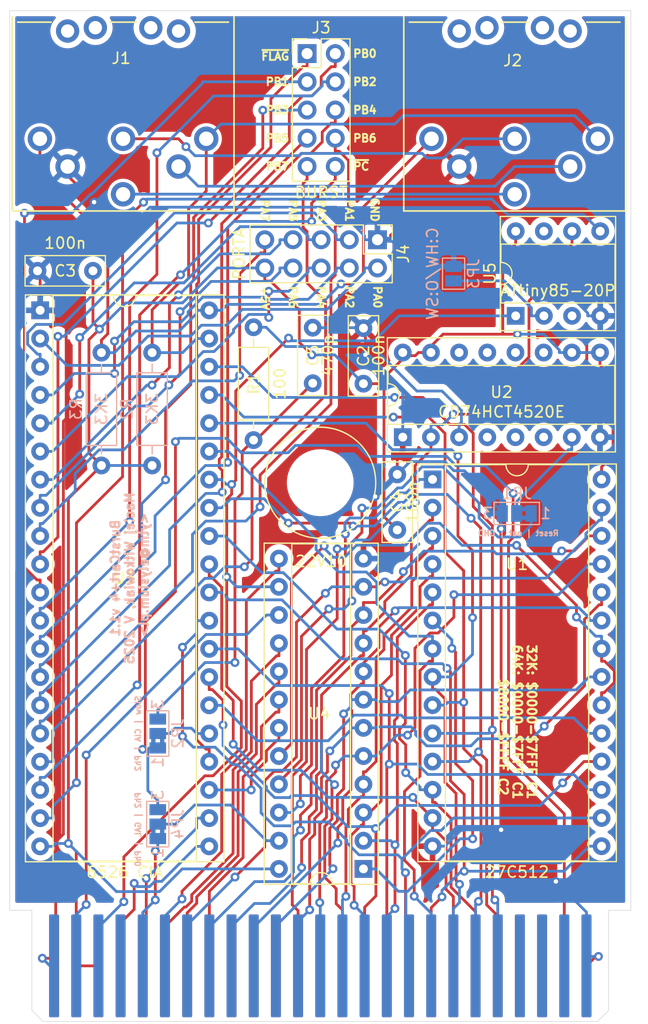
<source format=kicad_pcb>
(kicad_pcb (version 20211014) (generator pcbnew)
  (title_block (title "BurstCart+4") (date "2025-05-07") (rev "1.1") (company "YTM Enterprises") (comment 1 "Maciej Witkowiak <ytm@elysium.pl>"))
  (layers (0 "F.Cu" signal) (31 "B.Cu" signal) (34 "B.Paste" user) (35 "F.Paste" user) (36 "B.SilkS" user "B.Silkscreen") (37 "F.SilkS" user "F.Silkscreen") (38 "B.Mask" user) (39 "F.Mask" user) (44 "Edge.Cuts" user))
  (net 0 "")
  (net 1 "/PA0")
  (net 2 "/PA1")
  (net 3 "/PA2")
  (net 4 "/PA3")
  (net 5 "/PA4")
  (net 6 "/PA5")
  (net 7 "/PA6")
  (net 8 "/PA7")
  (net 9 "/PB0")
  (net 10 "/PB1")
  (net 11 "/PB2")
  (net 12 "/PB3")
  (net 13 "/PB4")
  (net 14 "/PB5")
  (net 15 "/PB6")
  (net 16 "/PB7")
  (net 17 "/~{PC}")
  (net 18 "/TOD")
  (net 19 "/~{IRQ}")
  (net 20 "/R{slash}~{W}")
  (net 21 "/ciaclk")
  (net 22 "/~{FLAG}")
  (net 23 "/PHI2")
  (net 24 "/D7")
  (net 25 "/D6")
  (net 26 "/D5")
  (net 27 "/D4")
  (net 28 "/D3")
  (net 29 "/D2")
  (net 30 "/D1")
  (net 31 "/D0")
  (net 32 "/~{RESET}")
  (net 33 "/~{CIA}")
  (net 34 "IEC_RESET")
  (net 35 "GND")
  (net 36 "IEC_ATN")
  (net 37 "IEC_CLK")
  (net 38 "IEC_DATA")
  (net 39 "VCC")
  (net 40 "/C1HI")
  (net 41 "/C2LO")
  (net 42 "/C2HI")
  (net 43 "/~{CS1}")
  (net 44 "/~{CS0}")
  (net 46 "/MUX")
  (net 47 "/BA")
  (net 48 "/AEC")
  (net 49 "/EXT_AUDIO")
  (net 50 "/NC2")
  (net 51 "/C1LO")
  (net 52 "/NC3")
  (net 53 "/~{RAS}")
  (net 54 "/PHI0")
  (net 55 "/A15")
  (net 56 "/A14")
  (net 57 "/A13")
  (net 58 "/A12")
  (net 59 "/A11")
  (net 60 "/A10")
  (net 61 "/A9")
  (net 62 "/A8")
  (net 63 "/A7")
  (net 64 "/A6")
  (net 65 "/A5")
  (net 66 "/A4")
  (net 67 "/A3")
  (net 68 "/A2")
  (net 69 "/A1")
  (net 70 "/A0")
  (net 71 "/NC1")
  (net 72 "/ROM_A15")
  (net 73 "/~{ROMCS}")
  (net 74 "Net-(C5-Pad1)")
  (net 75 "IEC_SRQ")
  (net 76 "/reset")
  (net 77 "Net-(R1-Pad2)")
  (net 87 "Net-(JP1-Pad2)")
  (net 88 "Net-(JP3-Pad1)")
  (net 89 "Net-(JP4-Pad2)")
  (footprint "Capacitor_THT:C_Disc_D7.0mm_W2.5mm_P5.00mm" (layer "F.Cu") (at 127.762 75.184 180)
    (property "Value" "470p")
    (fp_text reference "C3")
    (fp_text value "100n")
  )
  (footprint "Connector_PinHeader_2.54mm:PinHeader_2x05_P2.54mm_Vertical" (layer "F.Cu") (at 147.066 55.626)
    (fp_text reference "J3")
    (fp_text value "BURST")
  )
  (footprint "burstcart:DIN6" (layer "F.Cu") (at 130.302 57.658)
    (fp_text reference "J1")
    (fp_text value "IEC")
  )
  (footprint "Package_DIP:DIP-28_W15.24mm_Socket" (layer "F.Cu") (at 158.375 93.965)
    (fp_text reference "U1")
    (fp_text value "27C512")
  )
  (footprint "Capacitor_THT:C_Disc_D7.0mm_W2.5mm_P5.00mm" (layer "F.Cu") (at 155.194 98.512 90)
    (property "Value" "470p")
    (fp_text reference "C4")
    (fp_text value "100n")
  )
  (footprint "Capacitor_THT:C_Disc_D7.0mm_W2.5mm_P5.00mm" (layer "F.Cu") (at 147.574 85.304 90)
    (property "Value" "470p")
    (fp_text reference "C5")
    (fp_text value "470p")
  )
  (footprint "Package_DIP:DIP-8_W7.62mm_Socket" (layer "F.Cu") (at 165.872 79.238 90)
    (fp_text reference "U5")
    (fp_text value "ATtiny85-20P")
  )
  (footprint "Package_DIP:DIP-16_W7.62mm_Socket" (layer "F.Cu") (at 155.692 90.16 90)
    (property "Value" "CD74HCT4520E")
    (fp_text reference "U2")
    (fp_text value "CD74HCT4520E")
  )
  (footprint "c264-magic-cart-rev1:C16_CART" (layer "F.Cu") (at 122.2531 142.7596)
    (fp_text reference "U$1" hide)
    (fp_text value "C16_CARTRIDGE" hide)
    (fp_line (start 54 -10) (end 52 -10) (layer "Edge.Cuts") (width 0.05))
    (fp_line (start -2 -10) (end -2 -91) (layer "Edge.Cuts") (width 0.05))
    (fp_line (start -2 -10) (end 0 -10) (layer "Edge.Cuts") (width 0.05))
    (fp_line (start 51 0) (end 52 -1) (layer "Edge.Cuts") (width 0.05))
    (fp_line (start -2 -91) (end 54 -91) (layer "Edge.Cuts") (width 0.05))
    (fp_line (start 52 -1) (end 52 -10) (layer "Edge.Cuts") (width 0.05))
    (fp_line (start 0 -1) (end 0 -10) (layer "Edge.Cuts") (width 0.05))
    (fp_line (start 1 0) (end 51 0) (layer "Edge.Cuts") (width 0.05))
    (fp_line (start 54 -10) (end 54 -91) (layer "Edge.Cuts") (width 0.05))
    (fp_line (start 1 0) (end 0 -1) (layer "Edge.Cuts") (width 0.05))
  )
  (footprint "Connector_PinHeader_2.54mm:PinHeader_2x05_P2.54mm_Vertical" (layer "F.Cu") (at 153.411 72.385 -90)
    (fp_text reference "J4")
    (fp_text value "PORTA")
  )
  (footprint "Package_DIP:DIP-24_W7.62mm_Socket" (layer "F.Cu") (at 152.146 129.032 180)
    (fp_text reference "U4")
    (fp_text value "22V10")
  )
  (footprint "Capacitor_THT:C_Disc_D7.0mm_W2.5mm_P5.00mm" (layer "F.Cu") (at 152.146 85.344 90)
    (property "Value" "470p")
    (fp_text reference "C2")
    (fp_text value "100n")
  )
  (footprint "Package_DIP:DIP-40_W15.24mm_Socket" (layer "F.Cu") (at 123 78.74)
    (fp_text reference "U3")
    (fp_text value "6526 CIA")
  )
  (footprint "Resistor_THT:R_Axial_DIN0207_L6.3mm_D2.5mm_P10.16mm_Horizontal" (layer "F.Cu") (at 142.24 90.424 90)
    (property "Value" "100")
    (fp_text reference "R1")
    (fp_text value "100")
  )
  (footprint "burstcart:DIN6" (layer "F.Cu") (at 165.608 57.658)
    (fp_text reference "J2")
    (fp_text value "IEC")
  )
  (footprint "Jumper:SolderJumper-3_P1.3mm_Bridged2Bar12_Pad1.0x1.5mm_NumberLabels" (layer "B.Cu") (at 133.604 124.998 90)
    (fp_text reference "JP4")
    (fp_text value "Jumper_3_Bridged12" hide)
  )
  (footprint "Jumper:SolderJumper-3_P1.3mm_Bridged2Bar12_Pad1.0x1.5mm_NumberLabels" (layer "B.Cu") (at 133.604 116.84 90)
    (fp_text reference "JP2")
    (fp_text value "Jumper_3_Bridged12" hide)
  )
  (footprint "Jumper:SolderJumper-3_P1.3mm_Bridged2Bar12_Pad1.0x1.5mm_NumberLabels" (layer "B.Cu") (at 165.9636 97.028 180)
    (fp_text reference "JP1")
    (fp_text value "Jumper_3_Bridged12" hide)
  )
  (footprint "Resistor_THT:R_Axial_DIN0207_L6.3mm_D2.5mm_P10.16mm_Horizontal" (layer "B.Cu") (at 128.524 92.71 90)
    (property "Value" "3K3")
    (fp_text reference "R3")
    (fp_text value "3K3")
  )
  (footprint "Jumper:SolderJumper-2_P1.3mm_Open_Pad1.0x1.5mm" (layer "B.Cu") (at 160.274 75.438 90)
    (fp_text reference "JP3")
    (fp_text value "C:HW/O:SW")
  )
  (footprint "Resistor_THT:R_Axial_DIN0207_L6.3mm_D2.5mm_P10.16mm_Horizontal" (layer "B.Cu") (at 133.096 92.71 90)
    (property "Value" "3K3")
    (fp_text reference "R2")
    (fp_text value "3K3")
  )
  (gr_text "Ph2 | GAL | Ph0" (at 131.826 125.476 90) (layer "B.SilkS") (effects (font (size 0.5 0.5) (thickness 0.125)) (justify mirror)))
  (gr_text "Slow | CIA | Ph2" (at 131.826 116.84 90) (layer "B.SilkS") (effects (font (size 0.5 0.5) (thickness 0.125)) (justify mirror)))
  (gr_text "Reset | out | GND" (at 166.116 98.806) (layer "B.SilkS") (effects (font (size 0.5 0.5) (thickness 0.125)) (justify mirror)))
  (gr_text "BurstCart+4 v1.1\nMaciej Witkowiak, V 2025\n<ytm@elysium.pl> " (at 131.064 102.87 90) (layer "B.SilkS") (effects (font (size 0.8 0.8) (thickness 0.2)) (justify mirror)))
  (gr_text "GND" (at 153.162 70.866 270) (layer "F.SilkS") (effects (font (size 0.7 0.7) (thickness 0.175)) (justify right)))
  (gr_text "+5V" (at 143.256 76.454 270) (layer "F.SilkS") (effects (font (size 0.7 0.7) (thickness 0.175)) (justify left)))
  (gr_text "PA4" (at 148.336 76.454 270) (layer "F.SilkS") (effects (font (size 0.7 0.7) (thickness 0.175)) (justify left)))
  (gr_text "PB7" (at 145.542 65.786) (layer "F.SilkS") (effects (font (size 0.7 0.7) (thickness 0.175)) (justify right)))
  (gr_text "PB4" (at 151.13 60.706) (layer "F.SilkS") (effects (font (size 0.7 0.7) (thickness 0.175)) (justify left)))
  (gr_text "PB1" (at 145.542 58.166) (layer "F.SilkS") (effects (font (size 0.7 0.7) (thickness 0.175)) (justify right)))
  (gr_text "PA5" (at 145.796 70.866 270) (layer "F.SilkS") (effects (font (size 0.7 0.7) (thickness 0.175)) (justify right)))
  (gr_text "PB0" (at 151.13 55.626) (layer "F.SilkS") (effects (font (size 0.7 0.7) (thickness 0.175)) (justify left)))
  (gr_text "PA0" (at 153.416 76.454 270) (layer "F.SilkS") (effects (font (size 0.7 0.7) (thickness 0.175)) (justify left)))
  (gr_text "PA7" (at 143.256 70.866 270) (layer "F.SilkS") (effects (font (size 0.7 0.7) (thickness 0.175)) (justify right)))
  (gr_text "PA1" (at 150.876 70.866 270) (layer "F.SilkS") (effects (font (size 0.7 0.7) (thickness 0.175)) (justify right)))
  (gr_text "PB3" (at 145.542 60.706) (layer "F.SilkS") (effects (font (size 0.7 0.7) (thickness 0.175)) (justify right)))
  (gr_text "32K: $0000-$7FFF C1\n64K: $0000-$7FFF C1\n     $8000-$FFFF C2" (at 166.0204 108.7404 270) (layer "F.SilkS") (effects (font (size 0.8 0.8) (thickness 0.2)) (justify left)))
  (gr_text "PB5" (at 145.542 63.246) (layer "F.SilkS") (effects (font (size 0.7 0.7) (thickness 0.175)) (justify right)))
  (gr_text "~{PC}" (at 151.13 65.786) (layer "F.SilkS") (effects (font (size 0.7 0.7) (thickness 0.175)) (justify left)))
  (gr_text "PA2" (at 150.876 76.454 270) (layer "F.SilkS") (effects (font (size 0.7 0.7) (thickness 0.175)) (justify left)))
  (gr_text "PA3" (at 148.336 70.866 270) (layer "F.SilkS") (effects (font (size 0.7 0.7) (thickness 0.175)) (justify right)))
  (gr_text "PB2" (at 151.13 58.166) (layer "F.SilkS") (effects (font (size 0.7 0.7) (thickness 0.175)) (justify left)))
  (gr_text "PA6" (at 145.796 76.454 270) (layer "F.SilkS") (effects (font (size 0.7 0.7) (thickness 0.175)) (justify left)))
  (gr_text "~{FLAG}" (at 145.542 55.88) (layer "F.SilkS") (effects (font (size 0.7 0.7) (thickness 0.175)) (justify right)))
  (gr_text "PB6" (at 151.13 63.246) (layer "F.SilkS") (effects (font (size 0.7 0.7) (thickness 0.175)) (justify left)))
  (segment (start 125.4164 83.6964) (end 130.1005 83.6964) (width 0.25) (layer "B.Cu") (net 1))
  (segment (start 123 81.28) (end 125.4164 83.6964) (width 0.25) (layer "B.Cu") (net 1))
  (segment (start 136.5614 81.0577) (end 137.5367 80.0824) (width 0.25) (layer "B.Cu") (net 1))
  (segment (start 148.8699 78.655) (end 152.2341 75.2908) (width 0.25) (layer "B.Cu") (net 1))
  (segment (start 137.5367 80.0824) (end 139.7946 80.0824) (width 0.25) (layer "B.Cu") (net 1))
  (segment (start 130.1005 83.6964) (end 132.7392 81.0577) (width 0.25) (layer "B.Cu") (net 1))
  (segment (start 152.2341 75.2908) (end 152.2341 74.925) (width 0.25) (layer "B.Cu") (net 1))
  (segment (start 132.7392 81.0577) (end 136.5614 81.0577) (width 0.25) (layer "B.Cu") (net 1))
  (segment (start 139.7946 80.0824) (end 141.222 78.655) (width 0.25) (layer "B.Cu") (net 1))
  (segment (start 141.222 78.655) (end 148.8699 78.655) (width 0.25) (layer "B.Cu") (net 1))
  (segment (start 153.411 74.925) (end 152.2341 74.925) (width 0.25) (layer "B.Cu") (net 1))
  (segment (start 121.8731 81.7997) (end 122.7665 82.6931) (width 0.25) (layer "B.Cu") (net 2))
  (segment (start 123 83.82) (end 123 82.6931) (width 0.25) (layer "B.Cu") (net 2))
  (segment (start 149.6941 72.385) (end 149.6941 71.9248) (width 0.25) (layer "B.Cu") (net 2))
  (segment (start 122.6282 80.0082) (end 121.8731 80.7633) (width 0.25) (layer "B.Cu") (net 2))
  (segment (start 125.07 80.0082) (end 122.6282 80.0082) (width 0.25) (layer "B.Cu") (net 2))
  (segment (start 150.871 72.385) (end 149.6941 72.385) (width 0.25) (layer "B.Cu") (net 2))
  (segment (start 147.7391 69.9698) (end 135.1084 69.9698) (width 0.25) (layer "B.Cu") (net 2))
  (segment (start 121.8731 80.7633) (end 121.8731 81.7997) (width 0.25) (layer "B.Cu") (net 2))
  (segment (start 122.7665 82.6931) (end 123 82.6931) (width 0.25) (layer "B.Cu") (net 2))
  (segment (start 135.1084 69.9698) (end 125.07 80.0082) (width 0.25) (layer "B.Cu") (net 2))
  (segment (start 149.6941 71.9248) (end 147.7391 69.9698) (width 0.25) (layer "B.Cu") (net 2))
  (segment (start 129.7038 81.5116) (end 129.7038 84.4269) (width 0.25) (layer "F.Cu") (net 3))
  (via (at 129.7038 84.4269) (size 0.8) (drill 0.4) (layers "F.Cu" "B.Cu") (net 3))
  (via (at 129.7038 81.5116) (size 0.8) (drill 0.4) (layers "F.Cu" "B.Cu") (net 3))
  (segment (start 136.3398 78.8706) (end 137.6546 77.5558) (width 0.25) (layer "B.Cu") (net 3))
  (segment (start 131.4484 79.7669) (end 135.7269 79.7669) (width 0.25) (layer "B.Cu") (net 3))
  (segment (start 123 86.36) (end 124.1269 86.36) (width 0.25) (layer "B.Cu") (net 3))
  (segment (start 124.1269 86.36) (end 126.06 84.4269) (width 0.25) (layer "B.Cu") (net 3))
  (segment (start 137.6546 77.5558) (end 143.1152 77.5558) (width 0.25) (layer "B.Cu") (net 3))
  (segment (start 129.7038 81.5116) (end 131.4484 79.767) (width 0.25) (layer "B.Cu") (net 3))
  (segment (start 135.7269 79.7669) (end 136.3398 79.154) (width 0.25) (layer "B.Cu") (net 3))
  (segment (start 136.3398 79.154) (end 136.3398 78.8706) (width 0.25) (layer "B.Cu") (net 3))
  (segment (start 126.06 84.4269) (end 129.7038 84.4269) (width 0.25) (layer "B.Cu") (net 3))
  (segment (start 149.6941 75.2357) (end 149.6941 74.925) (width 0.25) (layer "B.Cu") (net 3))
  (segment (start 143.1152 77.5558) (end 143.3105 77.7511) (width 0.25) (layer "B.Cu") (net 3))
  (segment (start 131.4484 79.767) (end 131.4484 79.7669) (width 0.25) (layer "B.Cu") (net 3))
  (segment (start 147.1787 77.7511) (end 149.6941 75.2357) (width 0.25) (layer "B.Cu") (net 3))
  (segment (start 150.871 74.925) (end 149.6941 74.925) (width 0.25) (layer "B.Cu") (net 3))
  (segment (start 143.3105 77.7511) (end 147.1787 77.7511) (width 0.25) (layer "B.Cu") (net 3))
  (segment (start 126.5646 86.2823) (end 126.5646 81.1866) (width 0.25) (layer "F.Cu") (net 4))
  (via (at 126.5646 81.1866) (size 0.8) (drill 0.4) (layers "F.Cu" "B.Cu") (net 4))
  (via (at 126.5646 86.2823) (size 0.8) (drill 0.4) (layers "F.Cu" "B.Cu") (net 4))
  (segment (start 123 88.9) (end 124.1269 88.9) (width 0.25) (layer "B.Cu") (net 4))
  (segment (start 148.331 72.385) (end 147.1541 72.385) (width 0.25) (layer "B.Cu") (net 4))
  (segment (start 124.1269 88.72) (end 126.5646 86.2823) (width 0.25) (layer "B.Cu") (net 4))
  (segment (start 131.4808 76.2704) (end 135.9578 76.2704) (width 0.25) (layer "B.Cu") (net 4))
  (segment (start 135.9578 76.2704) (end 141.0209 71.2073) (width 0.25) (layer "B.Cu") (net 4))
  (segment (start 146.3136 71.2073) (end 147.1541 72.0478) (width 0.25) (layer "B.Cu") (net 4))
  (segment (start 124.1269 88.9) (end 124.1269 88.72) (width 0.25) (layer "B.Cu") (net 4))
  (segment (start 147.1541 72.0478) (end 147.1541 72.385) (width 0.25) (layer "B.Cu") (net 4))
  (segment (start 126.5646 81.1866) (end 131.4808 76.2704) (width 0.25) (layer "B.Cu") (net 4))
  (segment (start 141.0209 71.2073) (end 146.3136 71.2073) (width 0.25) (layer "B.Cu") (net 4))
  (segment (start 143.6115 77.0242) (end 143.6115 79.383) (width 0.25) (layer "F.Cu") (net 5))
  (via (at 143.6115 77.0242) (size 0.8) (drill 0.4) (layers "F.Cu" "B.Cu") (net 5))
  (via (at 143.6115 79.383) (size 0.8) (drill 0.4) (layers "F.Cu" "B.Cu") (net 5))
  (segment (start 148.331 74.925) (end 147.1541 74.925) (width 0.25) (layer "B.Cu") (net 5))
  (segment (start 135.4477 84.7114) (end 137.7088 82.4503) (width 0.25) (layer "B.Cu") (net 5))
  (segment (start 143.6115 77.0242) (end 145.4207 77.0242) (width 0.25) (layer "B.Cu") (net 5))
  (segment (start 147.1541 75.2908) (end 147.1541 74.925) (width 0.25) (layer "B.Cu") (net 5))
  (segment (start 143.3388 79.1103) (end 143.6115 79.383) (width 0.25) (layer "B.Cu") (net 5))
  (segment (start 140.4337 80.6974) (end 140.4337 80.4668) (width 0.25) (layer "B.Cu") (net 5))
  (segment (start 124.1269 91.44) (end 130.8555 84.7114) (width 0.25) (layer "B.Cu") (net 5))
  (segment (start 137.7088 82.4503) (end 138.6808 82.4503) (width 0.25) (layer "B.Cu") (net 5))
  (segment (start 123 91.44) (end 124.1269 91.44) (width 0.25) (layer "B.Cu") (net 5))
  (segment (start 130.8555 84.7114) (end 135.4477 84.7114) (width 0.25) (layer "B.Cu") (net 5))
  (segment (start 138.6808 82.4503) (end 140.4337 80.6974) (width 0.25) (layer "B.Cu") (net 5))
  (segment (start 141.7902 79.1103) (end 143.3388 79.1103) (width 0.25) (layer "B.Cu") (net 5))
  (segment (start 145.4207 77.0242) (end 147.1541 75.2908) (width 0.25) (layer "B.Cu") (net 5))
  (segment (start 140.4337 80.4668) (end 141.7902 79.1103) (width 0.25) (layer "B.Cu") (net 5))
  (segment (start 134.6557 78.1626) (end 135.4731 77.3452) (width 0.25) (layer "F.Cu") (net 6))
  (segment (start 134.6557 83.8974) (end 134.6557 78.1626) (width 0.25) (layer "F.Cu") (net 6))
  (segment (start 133.086 85.4671) (end 134.6557 83.8974) (width 0.25) (layer "F.Cu") (net 6))
  (via (at 135.4731 77.3452) (size 0.8) (drill 0.4) (layers "F.Cu" "B.Cu") (net 6))
  (via (at 133.086 85.4671) (size 0.8) (drill 0.4) (layers "F.Cu" "B.Cu") (net 6))
  (segment (start 144.6141 72.7508) (end 144.6141 72.385) (width 0.25) (layer "B.Cu") (net 6))
  (segment (start 123 93.98) (end 124.1269 93.98) (width 0.25) (layer "B.Cu") (net 6))
  (segment (start 135.4731 77.3452) (end 135.5221 77.3452) (width 0.25) (layer "B.Cu") (net 6))
  (segment (start 135.5221 77.3452) (end 139.2123 73.655) (width 0.25) (layer "B.Cu") (net 6))
  (segment (start 139.2123 73.655) (end 143.7099 73.655) (width 0.25) (layer "B.Cu") (net 6))
  (segment (start 124.1269 93.98) (end 132.6398 85.4671) (width 0.25) (layer "B.Cu") (net 6))
  (segment (start 132.6398 85.4671) (end 133.086 85.4671) (width 0.25) (layer "B.Cu") (net 6))
  (segment (start 143.7099 73.655) (end 144.6141 72.7508) (width 0.25) (layer "B.Cu") (net 6))
  (segment (start 145.791 72.385) (end 144.6141 72.385) (width 0.25) (layer "B.Cu") (net 6))
  (segment (start 135.6129 84.4562) (end 135.6129 78.8529) (width 0.25) (layer "F.Cu") (net 7))
  (segment (start 134.6028 85.4663) (end 135.6129 84.4562) (width 0.25) (layer "F.Cu") (net 7))
  (via (at 134.6028 85.4663) (size 0.8) (drill 0.4) (layers "F.Cu" "B.Cu") (net 7))
  (via (at 135.6129 78.8529) (size 0.8) (drill 0.4) (layers "F.Cu" "B.Cu") (net 7))
  (segment (start 144.6141 75.2909) (end 144.6141 74.925) (width 0.25) (layer "B.Cu") (net 7))
  (segment (start 143.766 76.139) (end 144.6141 75.2909) (width 0.25) (layer "B.Cu") (net 7))
  (segment (start 123.5482 95.3931) (end 131.594 87.3473) (width 0.25) (layer "B.Cu") (net 7))
  (segment (start 145.791 74.925) (end 144.6141 74.925) (width 0.25) (layer "B.Cu") (net 7))
  (segment (start 123 95.3931) (end 123.5482 95.3931) (width 0.25) (layer "B.Cu") (net 7))
  (segment (start 131.594 87.3473) (end 132.7218 87.3473) (width 0.25) (layer "B.Cu") (net 7))
  (segment (start 135.6971 78.8529) (end 138.411 76.139) (width 0.25) (layer "B.Cu") (net 7))
  (segment (start 123 96.52) (end 123 95.3931) (width 0.25) (layer "B.Cu") (net 7))
  (segment (start 132.7218 87.3473) (end 134.6028 85.4663) (width 0.25) (layer "B.Cu") (net 7))
  (segment (start 135.6129 78.8529) (end 135.6971 78.8529) (width 0.25) (layer "B.Cu") (net 7))
  (segment (start 138.411 76.139) (end 143.766 76.139) (width 0.25) (layer "B.Cu") (net 7))
  (segment (start 142.8832 73.5619) (end 140.9838 75.4613) (width 0.25) (layer "F.Cu") (net 8))
  (segment (start 143.251 73.5619) (end 142.8832 73.5619) (width 0.25) (layer "F.Cu") (net 8))
  (segment (start 143.251 72.385) (end 143.251 73.5619) (width 0.25) (layer "F.Cu") (net 8))
  (segment (start 140.9838 75.4613) (end 140.9838 84.6041) (width 0.25) (layer "F.Cu") (net 8))
  (via (at 140.9838 84.6041) (size 0.8) (drill 0.4) (layers "F.Cu" "B.Cu") (net 8))
  (segment (start 128.3059 91.3039) (end 130.5278 91.3039) (width 0.25) (layer "B.Cu") (net 8))
  (segment (start 136.7417 85.09) (end 140.4979 85.09) (width 0.25) (layer "B.Cu") (net 8))
  (segment (start 123 99.06) (end 123 97.9331) (width 0.25) (layer "B.Cu") (net 8))
  (segment (start 130.5278 91.3039) (end 136.7417 85.09) (width 0.25) (layer "B.Cu") (net 8))
  (segment (start 123.2335 97.9331) (end 126.1559 95.0107) (width 0.25) (layer "B.Cu") (net 8))
  (segment (start 126.1559 93.4539) (end 128.3059 91.3039) (width 0.25) (layer "B.Cu") (net 8))
  (segment (start 126.1559 95.0107) (end 126.1559 93.4539) (width 0.25) (layer "B.Cu") (net 8))
  (segment (start 123 97.9331) (end 123.2335 97.9331) (width 0.25) (layer "B.Cu") (net 8))
  (segment (start 140.4979 85.09) (end 140.9838 84.6041) (width 0.25) (layer "B.Cu") (net 8))
  (segment (start 145.4626 63.5792) (end 145.4626 60.634) (width 0.25) (layer "F.Cu") (net 9))
  (segment (start 123.2817 100.4731) (end 124.6023 99.1525) (width 0.25) (layer "F.Cu") (net 9))
  (segment (start 123 100.4731) (end 123.2817 100.4731) (width 0.25) (layer "F.Cu") (net 9))
  (segment (start 149.606 55.626) (end 149.606 56.8029) (width 0.25) (layer "F.Cu") (net 9))
  (segment (start 123 101.6) (end 123 100.4731) (width 0.25) (layer "F.Cu") (net 9))
  (segment (start 146.6606 59.436) (end 147.4969 59.436) (width 0.25) (layer "F.Cu") (net 9))
  (segment (start 149.2402 56.8029) (end 149.606 56.8029) (width 0.25) (layer "F.Cu") (net 9))
  (segment (start 138.1649 70.8769) (end 145.4626 63.5792) (width 0.25) (layer "F.Cu") (net 9))
  (segment (start 147.4969 59.436) (end 148.336 58.5969) (width 0.25) (layer "F.Cu") (net 9))
  (segment (start 148.336 57.7071) (end 149.2402 56.8029) (width 0.25) (layer "F.Cu") (net 9))
  (segment (start 124.6023 99.1525) (end 124.6023 81.0854) (width 0.25) (layer "F.Cu") (net 9))
  (segment (start 145.4626 60.634) (end 146.6606 59.436) (width 0.25) (layer "F.Cu") (net 9))
  (segment (start 148.336 58.5969) (end 148.336 57.7071) (width 0.25) (layer "F.Cu") (net 9))
  (via (at 138.1649 70.8769) (size 0.8) (drill 0.4) (layers "F.Cu" "B.Cu") (net 9))
  (via (at 124.6023 81.0854) (size 0.8) (drill 0.4) (layers "F.Cu" "B.Cu") (net 9))
  (segment (start 124.6023 81.0854) (end 125.1213 81.0854) (width 0.25) (layer "B.Cu") (net 9))
  (segment (start 135.3298 70.8769) (end 138.1649 70.8769) (width 0.25) (layer "B.Cu") (net 9))
  (segment (start 125.1213 81.0854) (end 135.3298 70.8769) (width 0.25) (layer "B.Cu") (net 9))
  (segment (start 123 103.0131) (end 122.7183 103.0131) (width 0.25) (layer "F.Cu") (net 10))
  (segment (start 123 104.14) (end 123 103.0131) (width 0.25) (layer "F.Cu") (net 10))
  (segment (start 121.5884 101.8832) (end 121.5884 69.9949) (width 0.25) (layer "F.Cu") (net 10))
  (segment (start 122.7183 103.0131) (end 121.5884 101.8832) (width 0.25) (layer "F.Cu") (net 10))
  (via (at 121.5884 69.9949) (size 0.8) (drill 0.4) (layers "F.Cu" "B.Cu") (net 10))
  (segment (start 137.6589 58.267085) (end 127.649296 68.276689) (width 0.25) (layer "B.Cu") (net 10))
  (segment (start 127.548211 68.276689) (end 125.83 69.9949) (width 0.25) (layer "B.Cu") (net 10))
  (segment (start 137.6589 58.166) (end 147.066 58.166) (width 0.25) (layer "B.Cu") (net 10))
  (segment (start 121.5884 69.9949) (end 125.83 69.9949) (width 0.25) (layer "B.Cu") (net 10))
  (segment (start 137.6589 58.166) (end 137.6589 58.267085) (width 0.25) (layer "B.Cu") (net 10))
  (segment (start 127.649296 68.276689) (end 127.548211 68.276689) (width 0.25) (layer "B.Cu") (net 10))
  (segment (start 133.528 75.4993) (end 131.0663 77.961) (width 0.25) (layer "F.Cu") (net 11))
  (segment (start 133.528 64.5574) (end 133.528 75.4993) (width 0.25) (layer "F.Cu") (net 11))
  (segment (start 131.0663 77.961) (end 131.0663 97.7604) (width 0.25) (layer "F.Cu") (net 11))
  (via (at 133.528 64.5574) (size 0.8) (drill 0.4) (layers "F.Cu" "B.Cu") (net 11))
  (via (at 131.0663 97.7604) (size 0.8) (drill 0.4) (layers "F.Cu" "B.Cu") (net 11))
  (segment (start 123.2736 105.5531) (end 131.0663 97.7604) (width 0.25) (layer "B.Cu") (net 11))
  (segment (start 123 106.68) (end 123 105.5531) (width 0.25) (layer "B.Cu") (net 11))
  (segment (start 148.4291 58.5318) (end 148.4291 58.166) (width 0.25) (layer "B.Cu") (net 11))
  (segment (start 138.6494 59.436) (end 147.5249 59.436) (width 0.25) (layer "B.Cu") (net 11))
  (segment (start 147.5249 59.436) (end 148.4291 58.5318) (width 0.25) (layer "B.Cu") (net 11))
  (segment (start 133.528 64.5574) (end 138.6494 59.436) (width 0.25) (layer "B.Cu") (net 11))
  (segment (start 149.606 58.166) (end 148.4291 58.166) (width 0.25) (layer "B.Cu") (net 11))
  (segment (start 123 105.5531) (end 123.2736 105.5531) (width 0.25) (layer "B.Cu") (net 11))
  (segment (start 134.3075 93.999) (end 134.3075 87.696) (width 0.25) (layer "F.Cu") (net 12))
  (segment (start 134.3075 87.696) (end 136.5746 85.4289) (width 0.25) (layer "F.Cu") (net 12))
  (segment (start 136.5746 76.2927) (end 136.8355 76.0318) (width 0.25) (layer "F.Cu") (net 12))
  (segment (start 136.8355 70.3807) (end 143.0741 64.1421) (width 0.25) (layer "F.Cu") (net 12))
  (segment (start 143.0741 64.1421) (end 143.0741 60.7198) (width 0.25) (layer "F.Cu") (net 12))
  (segment (start 136.5746 85.4289) (end 136.5746 76.2927) (width 0.25) (layer "F.Cu") (net 12))
  (segment (start 136.8355 76.0318) (end 136.8355 70.3807) (width 0.25) (layer "F.Cu") (net 12))
  (via (at 134.3075 93.999) (size 0.8) (drill 0.4) (layers "F.Cu" "B.Cu") (net 12))
  (via (at 143.0741 60.7198) (size 0.8) (drill 0.4) (layers "F.Cu" "B.Cu") (net 12))
  (segment (start 147.066 60.706) (end 145.8891 60.706) (width 0.25) (layer "B.Cu") (net 12))
  (segment (start 145.8753 60.7198) (end 145.8891 60.706) (width 0.25) (layer "B.Cu") (net 12))
  (segment (start 132.1527 99.2221) (end 132.1527 96.1538) (width 0.25) (layer "B.Cu") (net 12))
  (segment (start 143.0741 60.7198) (end 145.8753 60.7198) (width 0.25) (layer "B.Cu") (net 12))
  (segment (start 123 109.22) (end 123 108.0931) (width 0.25) (layer "B.Cu") (net 12))
  (segment (start 123.2817 108.0931) (end 132.1527 99.2221) (width 0.25) (layer "B.Cu") (net 12))
  (segment (start 123 108.0931) (end 123.2817 108.0931) (width 0.25) (layer "B.Cu") (net 12))
  (segment (start 132.1527 96.1538) (end 134.3075 93.999) (width 0.25) (layer "B.Cu") (net 12))
  (segment (start 148.4291 62.6919) (end 148.4291 63.5838) (width 0.25) (layer "F.Cu") (net 13))
  (segment (start 148.4291 63.5838) (end 147.4038 64.6091) (width 0.25) (layer "F.Cu") (net 13))
  (segment (start 139.9071 71.2801) (end 139.9071 92.4306) (width 0.25) (layer "F.Cu") (net 13))
  (segment (start 146.5781 64.6091) (end 139.9071 71.2801) (width 0.25) (layer "F.Cu") (net 13))
  (segment (start 149.606 61.8829) (end 149.2381 61.8829) (width 0.25) (layer "F.Cu") (net 13))
  (segment (start 149.2381 61.8829) (end 148.4291 62.6919) (width 0.25) (layer "F.Cu") (net 13))
  (segment (start 149.606 60.706) (end 149.606 61.8829) (width 0.25) (layer "F.Cu") (net 13))
  (segment (start 147.4038 64.6091) (end 146.5781 64.6091) (width 0.25) (layer "F.Cu") (net 13))
  (via (at 139.9071 92.4306) (size 0.8) (drill 0.4) (layers "F.Cu" "B.Cu") (net 13))
  (segment (start 123 111.76) (end 123 110.6331) (width 0.25) (layer "B.Cu") (net 13))
  (segment (start 123.2135 110.6331) (end 133.3603 100.4863) (width 0.25) (layer "B.Cu") (net 13))
  (segment (start 133.3603 100.4863) (end 133.3603 97.2453) (width 0.25) (layer "B.Cu") (net 13))
  (segment (start 133.3603 97.2453) (end 137.8956 92.71) (width 0.25) (layer "B.Cu") (net 13))
  (segment (start 123 110.6331) (end 123.2135 110.6331) (width 0.25) (layer "B.Cu") (net 13))
  (segment (start 139.6277 92.71) (end 139.9071 92.4306) (width 0.25) (layer "B.Cu") (net 13))
  (segment (start 137.8956 92.71) (end 139.6277 92.71) (width 0.25) (layer "B.Cu") (net 13))
  (segment (start 139.3669 91.9314) (end 139.1466 92.1517) (width 0.25) (layer "F.Cu") (net 14))
  (segment (start 139.4191 93.166) (end 139.4191 95.106) (width 0.25) (layer "F.Cu") (net 14))
  (segment (start 147.066 63.246) (end 139.3669 70.9451) (width 0.25) (layer "F.Cu") (net 14))
  (segment (start 139.1466 92.1517) (end 139.1466 92.8935) (width 0.25) (layer "F.Cu") (net 14))
  (segment (start 139.1466 92.8935) (end 139.4191 93.166) (width 0.25) (layer "F.Cu") (net 14))
  (segment (start 139.3669 70.9451) (end 139.3669 91.9314) (width 0.25) (layer "F.Cu") (net 14))
  (via (at 139.4191 95.106) (size 0.8) (drill 0.4) (layers "F.Cu" "B.Cu") (net 14))
  (segment (start 139.3011 95.224) (end 139.4191 95.106) (width 0.25) (layer "B.Cu") (net 14))
  (segment (start 123.2113 113.1731) (end 134.6719 101.7125) (width 0.25) (layer "B.Cu") (net 14))
  (segment (start 134.6719 101.7125) (end 134.6719 98.4844) (width 0.25) (layer "B.Cu") (net 14))
  (segment (start 137.9323 95.224) (end 139.3011 95.224) (width 0.25) (layer "B.Cu") (net 14))
  (segment (start 123 114.3) (end 123 113.1731) (width 0.25) (layer "B.Cu") (net 14))
  (segment (start 123 113.1731) (end 123.2113 113.1731) (width 0.25) (layer "B.Cu") (net 14))
  (segment (start 134.6719 98.4844) (end 137.9323 95.224) (width 0.25) (layer "B.Cu") (net 14))
  (segment (start 149.9718 64.4229) (end 150.8 65.2511) (width 0.25) (layer "F.Cu") (net 15))
  (segment (start 149.606 63.246) (end 149.606 64.4229) (width 0.25) (layer "F.Cu") (net 15))
  (segment (start 150.8 65.2511) (end 150.8 70.0106) (width 0.25) (layer "F.Cu") (net 15))
  (segment (start 149.601 75.5705) (end 149.2153 75.9562) (width 0.25) (layer "F.Cu") (net 15))
  (segment (start 149.2153 75.9562) (end 149.2153 87.1841) (width 0.25) (layer "F.Cu") (net 15))
  (segment (start 149.606 64.4229) (end 149.9718 64.4229) (width 0.25) (layer "F.Cu") (net 15))
  (segment (start 149.2153 87.1841) (end 142.8275 93.5719) (width 0.25) (layer "F.Cu") (net 15))
  (segment (start 142.8275 93.5719) (end 142.8275 96.4294) (width 0.25) (layer "F.Cu") (net 15))
  (segment (start 150.8 70.0106) (end 149.601 71.2096) (width 0.25) (layer "F.Cu") (net 15))
  (segment (start 149.601 71.2096) (end 149.601 75.5705) (width 0.25) (layer "F.Cu") (net 15))
  (via (at 142.8275 96.4294) (size 0.8) (drill 0.4) (layers "F.Cu" "B.Cu") (net 15))
  (segment (start 136.7355 102.2479) (end 136.7355 98.9055) (width 0.25) (layer "B.Cu") (net 15))
  (segment (start 136.7355 98.9055) (end 137.9249 97.7161) (width 0.25) (layer "B.Cu") (net 15))
  (segment (start 137.9249 97.7161) (end 141.5408 97.7161) (width 0.25) (layer "B.Cu") (net 15))
  (segment (start 141.5408 97.7161) (end 142.8275 96.4294) (width 0.25) (layer "B.Cu") (net 15))
  (segment (start 123.2703 115.7131) (end 136.7355 102.2479) (width 0.25) (layer "B.Cu") (net 15))
  (segment (start 123 116.84) (end 123 115.7131) (width 0.25) (layer "B.Cu") (net 15))
  (segment (start 123 115.7131) (end 123.2703 115.7131) (width 0.25) (layer "B.Cu") (net 15))
  (segment (start 147.066 65.786) (end 147.066 66.9629) (width 0.25) (layer "F.Cu") (net 16))
  (segment (start 148.7314 86.3921) (end 142.1005 93.023) (width 0.25) (layer "F.Cu") (net 16))
  (segment (start 147.061 71.6415) (end 147.061 76.2647) (width 0.25) (layer "F.Cu") (net 16))
  (segment (start 147.061 76.2647) (end 148.7314 77.9351) (width 0.25) (layer "F.Cu") (net 16))
  (segment (start 147.066 66.9629) (end 146.7055 67.3234) (width 0.25) (layer "F.Cu") (net 16))
  (segment (start 142.1005 101.1402) (end 141.4107 101.83) (width 0.25) (layer "F.Cu") (net 16))
  (segment (start 146.7055 71.286) (end 147.061 71.6415) (width 0.25) (layer "F.Cu") (net 16))
  (segment (start 148.7314 77.9351) (end 148.7314 86.3921) (width 0.25) (layer "F.Cu") (net 16))
  (segment (start 146.7055 67.3234) (end 146.7055 71.286) (width 0.25) (layer "F.Cu") (net 16))
  (segment (start 142.1005 93.023) (end 142.1005 101.1402) (width 0.25) (layer "F.Cu") (net 16))
  (via (at 141.4107 101.83) (size 0.8) (drill 0.4) (layers "F.Cu" "B.Cu") (net 16))
  (segment (start 137.847 102.87) (end 124.1269 116.5901) (width 0.25) (layer "B.Cu") (net 16))
  (segment (start 124.1269 116.5901) (end 124.1269 119.38) (width 0.25) (layer "B.Cu") (net 16))
  (segment (start 138.6163 102.87) (end 137.847 102.87) (width 0.25) (layer "B.Cu") (net 16))
  (segment (start 123 119.38) (end 124.1269 119.38) (width 0.25) (layer "B.Cu") (net 16))
  (segment (start 141.4107 101.83) (end 139.6563 101.83) (width 0.25) (layer "B.Cu") (net 16))
  (segment (start 139.6563 101.83) (end 138.6163 102.87) (width 0.25) (layer "B.Cu") (net 16))
  (segment (start 149.606 65.786) (end 149.606 66.9629) (width 0.25) (layer "F.Cu") (net 17))
  (segment (start 149.606 66.9629) (end 147.4756 69.0933) (width 0.25) (layer "F.Cu") (net 17))
  (segment (start 135.578 75.5435) (end 131.9691 79.1524) (width 0.25) (layer "F.Cu") (net 17))
  (segment (start 135.6567 75.5435) (end 135.578 75.5435) (width 0.25) (layer "F.Cu") (net 17))
  (segment (start 131.9691 112.2466) (end 131.7445 112.4712) (width 0.25) (layer "F.Cu") (net 17))
  (segment (start 147.4756 69.0933) (end 147.4756 70.7343) (width 0.25) (layer "F.Cu") (net 17))
  (segment (start 131.9691 79.1524) (end 131.9691 112.2466) (width 0.25) (layer "F.Cu") (net 17))
  (via (at 147.4756 70.7343) (size 0.8) (drill 0.4) (layers "F.Cu" "B.Cu") (net 17))
  (via (at 135.6567 75.5435) (size 0.8) (drill 0.4) (layers "F.Cu" "B.Cu") (net 17))
  (via (at 131.7445 112.4712) (size 0.8) (drill 0.4) (layers "F.Cu" "B.Cu") (net 17))
  (segment (start 123 121.92) (end 123 120.7931) (width 0.25) (layer "B.Cu") (net 17))
  (segment (start 147.4756 70.7343) (end 140.4659 70.7343) (width 0.25) (layer "B.Cu") (net 17))
  (segment (start 123 120.7931) (end 123.4226 120.7931) (width 0.25) (layer "B.Cu") (net 17))
  (segment (start 140.4659 70.7343) (end 135.6567 75.5435) (width 0.25) (layer "B.Cu") (net 17))
  (segment (start 123.4226 120.7931) (end 131.7445 112.4712) (width 0.25) (layer "B.Cu") (net 17))
  (segment (start 130.4307 70.8949) (end 130.4307 93.7166) (width 0.25) (layer "F.Cu") (net 18))
  (segment (start 130.4307 93.7166) (end 126.2734 97.8739) (width 0.25) (layer "F.Cu") (net 18))
  (segment (start 132.318 69.0076) (end 130.4307 70.8949) (width 0.25) (layer "F.Cu") (net 18))
  (segment (start 126.2734 97.8739) (end 126.2734 121.2692) (width 0.25) (layer "F.Cu") (net 18))
  (via (at 126.2734 121.2692) (size 0.8) (drill 0.4) (layers "F.Cu" "B.Cu") (net 18))
  (via (at 132.318 69.0076) (size 0.8) (drill 0.4) (layers "F.Cu" "B.Cu") (net 18))
  (segment (start 132.318 69.0076) (end 132.59538 68.73022) (width 0.25) (layer "B.Cu") (net 18))
  (segment (start 124.1269 124.46) (end 124.1269 123.4157) (width 0.25) (layer "B.Cu") (net 18))
  (segment (start 124.1269 123.4157) (end 126.2734 121.2692) (width 0.25) (layer "B.Cu") (net 18))
  (segment (start 123 124.46) (end 124.1269 124.46) (width 0.25) (layer "B.Cu") (net 18))
  (segment (start 171.978 70.104) (end 173.492 71.618) (width 0.25) (layer "B.Cu") (net 18))
  (segment (start 163.72622 68.73022) (end 165.1 70.104) (width 0.25) (layer "B.Cu") (net 18))
  (segment (start 132.59538 68.73022) (end 163.72622 68.73022) (width 0.25) (layer "B.Cu") (net 18))
  (segment (start 165.1 70.104) (end 171.978 70.104) (width 0.25) (layer "B.Cu") (net 18))
  (segment (start 130.2531 137.7596) (end 130.2531 133.8917) (width 0.25) (layer "F.Cu") (net 19))
  (segment (start 131.4785 132.6663) (end 131.4785 130.331) (width 0.25) (layer "F.Cu") (net 19))
  (segment (start 130.2531 133.8917) (end 131.4785 132.6663) (width 0.25) (layer "F.Cu") (net 19))
  (via (at 131.4785 130.331) (size 0.8) (drill 0.4) (layers "F.Cu" "B.Cu") (net 19))
  (segment (start 137.1131 127) (end 133.9567 130.1564) (width 0.25) (layer "B.Cu") (net 19))
  (segment (start 132.868 130.6208) (end 131.7683 130.6208) (width 0.25) (layer "B.Cu") (net 19))
  (segment (start 138.24 127) (end 137.1131 127) (width 0.25) (layer "B.Cu") (net 19))
  (segment (start 131.7683 130.6208) (end 131.4785 130.331) (width 0.25) (layer "B.Cu") (net 19))
  (segment (start 133.3323 130.1564) (end 133.3323 130.1565) (width 0.25) (layer "B.Cu") (net 19))
  (segment (start 133.9567 130.1564) (end 133.3323 130.1564) (width 0.25) (layer "B.Cu") (net 19))
  (segment (start 133.3323 130.1565) (end 132.868 130.6208) (width 0.25) (layer "B.Cu") (net 19))
  (segment (start 132.5669 129.8939) (end 132.5669 137.4458) (width 0.25) (layer "F.Cu") (net 20))
  (segment (start 132.5669 137.4458) (end 132.2531 137.7596) (width 0.25) (layer "F.Cu") (net 20))
  (via (at 132.5669 129.8939) (size 0.8) (drill 0.4) (layers "F.Cu" "B.Cu") (net 20))
  (segment (start 137.1131 124.46) (end 137.1131 125.3477) (width 0.25) (layer "B.Cu") (net 20))
  (segment (start 137.1131 125.3477) (end 132.5669 129.8939) (width 0.25) (layer "B.Cu") (net 20))
  (segment (start 138.24 124.46) (end 137.1131 124.46) (width 0.25) (layer "B.Cu") (net 20))
  (segment (start 138.24 116.84) (end 137.1131 116.84) (width 0.25) (layer "B.Cu") (net 21))
  (segment (start 134.6809 116.84) (end 135.1629 116.358) (width 0.25) (layer "B.Cu") (net 21))
  (segment (start 135.1629 116.358) (end 136.6311 116.358) (width 0.25) (layer "B.Cu") (net 21))
  (segment (start 136.6311 116.358) (end 137.1131 116.84) (width 0.25) (layer "B.Cu") (net 21))
  (segment (start 133.604 116.84) (end 134.6809 116.84) (width 0.25) (layer "B.Cu") (net 21))
  (segment (start 137.1083 76.3981) (end 137.2874 76.219) (width 0.25) (layer "F.Cu") (net 22))
  (segment (start 147.066 55.626) (end 147.066 56.8029) (width 0.25) (layer "F.Cu") (net 22))
  (segment (start 137.9582 118.2531) (end 137.1083 117.4032) (width 0.25) (layer "F.Cu") (net 22))
  (segment (start 137.2874 76.219) (end 137.2874 70.5679) (width 0.25) (layer "F.Cu") (net 22))
  (segment (start 143.801 64.0543) (end 143.801 59.7001) (width 0.25) (layer "F.Cu") (net 22))
  (segment (start 138.24 118.2531) (end 137.9582 118.2531) (width 0.25) (layer "F.Cu") (net 22))
  (segment (start 138.24 119.38) (end 138.24 118.2531) (width 0.25) (layer "F.Cu") (net 22))
  (segment (start 137.1083 117.4032) (end 137.1083 76.3981) (width 0.25) (layer "F.Cu") (net 22))
  (segment (start 137.2874 70.5679) (end 143.801 64.0543) (width 0.25) (layer "F.Cu") (net 22))
  (segment (start 146.6982 56.8029) (end 147.066 56.8029) (width 0.25) (layer "F.Cu") (net 22))
  (segment (start 143.801 59.7001) (end 146.6982 56.8029) (width 0.25) (layer "F.Cu") (net 22))
  (segment (start 165.6397 99.1833) (end 165.6397 95.2217) (width 0.25) (layer "F.Cu") (net 23))
  (segment (start 170.2531 124.0752) (end 165.2265 119.0486) (width 0.25) (layer "F.Cu") (net 23))
  (segment (start 165.2265 119.0486) (end 165.2265 99.5965) (width 0.25) (layer "F.Cu") (net 23))
  (segment (start 170.2531 137.7596) (end 170.2531 124.0752) (width 0.25) (layer "F.Cu") (net 23))
  (segment (start 165.2265 99.5965) (end 165.6397 99.1833) (width 0.25) (layer "F.Cu") (net 23))
  (segment (start 132.482 118.0314) (end 132.2437 118.2697) (width 0.25) (layer "F.Cu") (net 23))
  (segment (start 135.197 90.5663) (end 135.197 104.0691) (width 0.25) (layer "F.Cu") (net 23))
  (segment (start 135.197 104.0691) (end 132.482 106.7841) (width 0.25) (layer "F.Cu") (net 23))
  (segment (start 132.482 106.7841) (end 132.482 118.0314) (width 0.25) (layer "F.Cu") (net 23))
  (via (at 165.6397 95.2217) (size 0.8) (drill 0.4) (layers "F.Cu" "B.Cu") (net 23))
  (via (at 132.2437 118.2697) (size 0.8) (drill 0.4) (layers "F.Cu" "B.Cu") (net 23))
  (via (at 135.197 90.5663) (size 0.8) (drill 0.4) (layers "F.Cu" "B.Cu") (net 23))
  (segment (start 141.1375 91.5677) (end 145.3485 91.5677) (width 0.25) (layer "B.Cu") (net 23))
  (segment (start 163.1455 92.7275) (end 165.6397 95.2217) (width 0.25) (layer "B.Cu") (net 23))
  (segment (start 132.7089 118.2697) (end 132.7089 121.976) (width 0.25) (layer "B.Cu") (net 23))
  (segment (start 159.6482 91.8885) (end 160.4872 92.7275) (width 0.25) (layer "B.Cu") (net 23))
  (segment (start 151.6005 90.9022) (end 152.5868 91.8885) (width 0.25) (layer "B.Cu") (net 23))
  (segment (start 132.8386 118.14) (end 132.7089 118.2697) (width 0.25) (layer "B.Cu") (net 23))
  (segment (start 160.4872 92.7275) (end 163.1455 92.7275) (width 0.25) (layer "B.Cu") (net 23))
  (segment (start 135.4986 90.2647) (end 139.8345 90.2647) (width 0.25) (layer "B.Cu") (net 23))
  (segment (start 139.8345 90.2647) (end 141.1375 91.5677) (width 0.25) (layer "B.Cu") (net 23))
  (segment (start 132.7089 118.2697) (end 132.2437 118.2697) (width 0.25) (layer "B.Cu") (net 23))
  (segment (start 132.7089 121.976) (end 133.604 122.8711) (width 0.25) (layer "B.Cu") (net 23))
  (segment (start 152.5868 91.8885) (end 159.6482 91.8885) (width 0.25) (layer "B.Cu") (net 23))
  (segment (start 133.604 123.698) (end 133.604 122.8711) (width 0.25) (layer "B.Cu") (net 23))
  (segment (start 146.014 90.9022) (end 151.6005 90.9022) (width 0.25) (layer "B.Cu") (net 23))
  (segment (start 133.604 118.14) (end 132.8386 118.14) (width 0.25) (layer "B.Cu") (net 23))
  (segment (start 135.197 90.5663) (end 135.4986 90.2647) (width 0.25) (layer "B.Cu") (net 23))
  (segment (start 145.3485 91.5677) (end 146.014 90.9022) (width 0.25) (layer "B.Cu") (net 23))
  (segment (start 148.658 129.7816) (end 148.658 125.1918) (width 0.25) (layer "F.Cu") (net 24))
  (segment (start 148.658 125.1918) (end 149.3068 124.543) (width 0.25) (layer "F.Cu") (net 24))
  (segment (start 150.2531 132.7271) (end 149.6895 132.1635) (width 0.25) (layer "F.Cu") (net 24))
  (segment (start 149.3068 124.543) (end 149.3068 121.6808) (width 0.25) (layer "F.Cu") (net 24))
  (segment (start 150.2531 137.7596) (end 150.2531 132.7271) (width 0.25) (layer "F.Cu") (net 24))
  (segment (start 149.6895 132.1635) (end 149.6895 130.8131) (width 0.25) (layer "F.Cu") (net 24))
  (segment (start 149.3068 121.6808) (end 149.5416 121.446) (width 0.25) (layer "F.Cu") (net 24))
  (segment (start 149.6895 130.8131) (end 148.658 129.7816) (width 0.25) (layer "F.Cu") (net 24))
  (via (at 149.5416 121.446) (size 0.8) (drill 0.4) (layers "F.Cu" "B.Cu") (net 24))
  (segment (start 142.5579 117.491) (end 139.3669 114.3) (width 0.25) (layer "B.Cu") (net 24))
  (segment (start 148.3485 120.2529) (end 149.5416 121.446) (width 0.25) (layer "B.Cu") (net 24))
  (segment (start 148.972 117.491) (end 151.2797 115.1833) (width 0.25) (layer "B.Cu") (net 24))
  (segment (start 148.3485 117.491) (end 148.3485 120.2529) (width 0.25) (layer "B.Cu") (net 24))
  (segment (start 138.24 114.3) (end 139.3669 114.3) (width 0.25) (layer "B.Cu") (net 24))
  (segment (start 148.3485 117.491) (end 148.972 117.491) (width 0.25) (layer "B.Cu") (net 24))
  (segment (start 155.5522 115.1833) (end 155.7997 115.4308) (width 0.25) (layer "B.Cu") (net 24))
  (segment (start 155.7997 115.4308) (end 171.0939 115.4308) (width 0.25) (layer "B.Cu") (net 24))
  (segment (start 151.2797 115.1833) (end 155.5522 115.1833) (width 0.25) (layer "B.Cu") (net 24))
  (segment (start 173.615 116.825) (end 172.4881 116.825) (width 0.25) (layer "B.Cu") (net 24))
  (segment (start 148.3485 117.491) (end 142.5579 117.491) (width 0.25) (layer "B.Cu") (net 24))
  (segment (start 171.0939 115.4308) (end 172.4881 116.825) (width 0.25) (layer "B.Cu") (net 24))
  (segment (start 138.24 112.8869) (end 138.5117 112.8869) (width 0.25) (layer "F.Cu") (net 25))
  (segment (start 153.270511 131.463489) (end 153.270511 125.434311) (width 0.25) (layer "F.Cu") (net 25))
  (segment (start 173.615 119.365) (end 172.0291 119.365) (width 0.25) (layer "F.Cu") (net 25))
  (segment (start 152.2531 137.7596) (end 152.2531 132.4809) (width 0.25) (layer "F.Cu") (net 25))
  (segment (start 152.2531 132.4809) (end 153.270511 131.463489) (width 0.25) (layer "F.Cu") (net 25))
  (segment (start 139.4876 113.8628) (end 139.4876 116.0722) (width 0.25) (layer "F.Cu") (net 25))
  (segment (start 172.0291 119.365) (end 170.1105 121.2836) (width 0.25) (layer "F.Cu") (net 25))
  (segment (start 138.24 111.76) (end 138.24 112.8869) (width 0.25) (layer "F.Cu") (net 25))
  (segment (start 153.2339 125.3977) (end 153.2876 125.4514) (width 0.25) (layer "F.Cu") (net 25))
  (segment (start 138.5117 112.8869) (end 139.4876 113.8628) (width 0.25) (layer "F.Cu") (net 25))
  (via (at 139.4876 116.0722) (size 0.8) (drill 0.4) (layers "F.Cu" "B.Cu") (net 25))
  (via (at 153.2339 125.3977) (size 0.8) (drill 0.4) (layers "F.Cu" "B.Cu") (net 25))
  (via (at 170.1105 121.2836) (size 0.8) (drill 0.4) (layers "F.Cu" "B.Cu") (net 25))
  (segment (start 140.5193 118.734) (end 140.2961 118.734) (width 0.25) (layer "B.Cu") (net 25))
  (segment (start 153.2339 125.3977) (end 155.3135 123.3181) (width 0.25) (layer "B.Cu") (net 25))
  (segment (start 140.2961 118.734) (end 139.4876 117.9255) (width 0.25) (layer "B.Cu") (net 25))
  (segment (start 143.3991 121.6138) (end 140.5193 118.734) (width 0.25) (layer "B.Cu") (net 25))
  (segment (start 150.7115 125.222) (end 147.9193 122.4298) (width 0.25) (layer "B.Cu") (net 25))
  (segment (start 139.4876 117.9255) (end 139.4876 116.0722) (width 0.25) (layer "B.Cu") (net 25))
  (segment (start 143.3991 121.879) (end 143.3991 121.6138) (width 0.25) (layer "B.Cu") (net 25))
  (segment (start 153.0582 125.222) (end 150.7115 125.222) (width 0.25) (layer "B.Cu") (net 25))
  (segment (start 144.1298 122.6097) (end 143.3991 121.879) (width 0.25) (layer "B.Cu") (net 25))
  (segment (start 145.4853 122.6097) (end 144.1298 122.6097) (width 0.25) (layer "B.Cu") (net 25))
  (segment (start 153.2339 125.3977) (end 153.0582 125.222) (width 0.25) (layer "B.Cu") (net 25))
  (segment (start 168.076 123.3181) (end 170.1105 121.2836) (width 0.25) (layer "B.Cu") (net 25))
  (segment (start 147.9193 122.4298) (end 145.6652 122.4298) (width 0.25) (layer "B.Cu") (net 25))
  (segment (start 145.6652 122.4298) (end 145.4853 122.6097) (width 0.25) (layer "B.Cu") (net 25))
  (segment (start 155.3135 123.3181) (end 168.076 123.3181) (width 0.25) (layer "B.Cu") (net 25))
  (segment (start 154.4726 119.5928) (end 154.2531 119.8123) (width 0.25) (layer "F.Cu") (net 26))
  (segment (start 154.4726 113.2342) (end 154.4726 119.5928) (width 0.25) (layer "F.Cu") (net 26))
  (segment (start 154.2531 119.8123) (end 154.2531 137.7596) (width 0.25) (layer "F.Cu") (net 26))
  (via (at 154.4726 119.5928) (size 0.8) (drill 0.4) (layers "F.Cu" "B.Cu") (net 26))
  (via (at 154.4726 113.2342) (size 0.8) (drill 0.4) (layers "F.Cu" "B.Cu") (net 26))
  (segment (start 144.1542 112.522) (end 140.8522 109.22) (width 0.25) (layer "B.Cu") (net 26))
  (segment (start 173.615 121.905) (end 172.4881 121.905) (width 0.25) (layer "B.Cu") (net 26))
  (segment (start 138.24 109.22) (end 140.8522 109.22) (width 0.25) (layer "B.Cu") (net 26))
  (segment (start 153.7604 112.522) (end 144.1542 112.522) (width 0.25) (layer "B.Cu") (net 26))
  (segment (start 157.0091 119.5928) (end 154.4726 119.5928) (width 0.25) (layer "B.Cu") (net 26))
  (segment (start 172.4881 121.905) (end 171.1097 120.5266) (width 0.25) (layer "B.Cu") (net 26))
  (segment (start 154.4726 113.2342) (end 153.7604 112.522) (width 0.25) (layer "B.Cu") (net 26))
  (segment (start 157.9429 120.5266) (end 157.0091 119.5928) (width 0.25) (layer "B.Cu") (net 26))
  (segment (start 171.1097 120.5266) (end 157.9429 120.5266) (width 0.25) (layer "B.Cu") (net 26))
  (segment (start 155.9346 137.4411) (end 156.2531 137.7596) (width 0.25) (layer "F.Cu") (net 27))
  (segment (start 155.9346 129.3677) (end 155.9346 137.4411) (width 0.25) (layer "F.Cu") (net 27))
  (segment (start 135.8311 109.0683) (end 135.8311 117.0928) (width 0.25) (layer "F.Cu") (net 27))
  (via (at 135.8311 117.0928) (size 0.8) (drill 0.4) (layers "F.Cu" "B.Cu") (net 27))
  (via (at 155.9346 129.3677) (size 0.8) (drill 0.4) (layers "F.Cu" "B.Cu") (net 27))
  (via (at 135.8311 109.0683) (size 0.8) (drill 0.4) (layers "F.Cu" "B.Cu") (net 27))
  (segment (start 160.2759 124.445) (end 159.149 125.5719) (width 0.25) (layer "B.Cu") (net 27))
  (segment (start 155.6207 128.1393) (end 155.6207 129.0538) (width 0.25) (layer "B.Cu") (net 27))
  (segment (start 138.7826 118.0711) (end 136.8094 118.0711) (width 0.25) (layer "B.Cu") (net 27))
  (segment (start 142.9168 121.7786) (end 140.7745 119.6363) (width 0.25) (layer "B.Cu") (net 27))
  (segment (start 145.6699 125.1497) (end 144.0782 125.1497) (width 0.25) (layer "B.Cu") (net 27))
  (segment (start 155.6207 128.1393) (end 155.2435 127.7621) (width 0.25) (layer "B.Cu") (net 27))
  (segment (start 140.3478 119.6363) (end 138.7826 118.0711) (width 0.25) (layer "B.Cu") (net 27))
  (segment (start 159.149 125.5719) (end 158.1881 125.5719) (width 0.25) (layer "B.Cu") (net 27))
  (segment (start 150.6451 126.6652) (end 150.6451 126.4522) (width 0.25) (layer "B.Cu") (net 27))
  (segment (start 138.24 106.68) (end 137.1131 106.68) (width 0.25) (layer "B.Cu") (net 27))
  (segment (start 146.0194 124.8002) (end 145.6699 125.1497) (width 0.25) (layer "B.Cu") (net 27))
  (segment (start 144.0782 125.1497) (end 142.9168 123.9883) (width 0.25) (layer "B.Cu") (net 27))
  (segment (start 155.6207 129.0538) (end 155.9346 129.3677) (width 0.25) (layer "B.Cu") (net 27))
  (segment (start 158.1881 125.5719) (end 155.6207 128.1393) (width 0.25) (layer "B.Cu") (net 27))
  (segment (start 136.8094 118.0711) (end 135.8311 117.0928) (width 0.25) (layer "B.Cu") (net 27))
  (segment (start 137.1131 107.7863) (end 135.8311 109.0683) (width 0.25) (layer "B.Cu") (net 27))
  (segment (start 140.7745 119.6363) (end 140.3478 119.6363) (width 0.25) (layer "B.Cu") (net 27))
  (segment (start 150.6451 126.4522) (end 148.9931 124.8002) (width 0.25) (layer "B.Cu") (net 27))
  (segment (start 148.9931 124.8002) (end 146.0194 124.8002) (width 0.25) (layer "B.Cu") (net 27))
  (segment (start 151.742 127.7621) (end 150.6451 126.6652) (width 0.25) (layer "B.Cu") (net 27))
  (segment (start 155.2435 127.7621) (end 151.742 127.7621) (width 0.25) (layer "B.Cu") (net 27))
  (segment (start 160.2759 124.445) (end 173.615 124.445) (width 0.25) (layer "B.Cu") (net 27))
  (segment (start 142.9168 123.9883) (end 142.9168 121.7786) (width 0.25) (layer "B.Cu") (net 27))
  (segment (start 137.1131 106.68) (end 137.1131 107.7863) (width 0.25) (layer "B.Cu") (net 27))
  (segment (start 159.992 111.2828) (end 159.6862 110.977) (width 0.25) (layer "F.Cu") (net 28))
  (segment (start 158.2531 132.5228) (end 159.227 131.5489) (width 0.25) (layer "F.Cu") (net 28))
  (segment (start 161.2291 122.3334) (end 159.992 121.0963) (width 0.25) (layer "F.Cu") (net 28))
  (segment (start 158.2531 137.7596) (end 158.2531 132.5228) (width 0.25) (layer "F.Cu") (net 28))
  (segment (start 159.992 121.0963) (end 159.992 111.2828) (width 0.25) (layer "F.Cu") (net 28))
  (segment (start 161.2291 129.2385) (end 161.2291 122.3334) (width 0.25) (layer "F.Cu") (net 28))
  (via (at 161.2291 129.2385) (size 0.8) (drill 0.4) (layers "F.Cu" "B.Cu") (net 28))
  (via (at 159.227 131.5489) (size 0.8) (drill 0.4) (layers "F.Cu" "B.Cu") (net 28))
  (via (at 159.6862 110.977) (size 0.8) (drill 0.4) (layers "F.Cu" "B.Cu") (net 28))
  (segment (start 138.24 104.14) (end 139.3669 104.14) (width 0.25) (layer "B.Cu") (net 28))
  (segment (start 172.4881 126.985) (end 170.2346 129.2385) (width 0.25) (layer "B.Cu") (net 28))
  (segment (start 140.0336 104.8067) (end 139.3669 104.14) (width 0.25) (layer "B.Cu") (net 28))
  (segment (start 155.6422 110.5547) (end 155.2061 110.1186) (width 0.25) (layer "B.Cu") (net 28))
  (segment (start 155.2061 110.1186) (end 150.1185 110.1186) (width 0.25) (layer "B.Cu") (net 28))
  (segment (start 161.2291 129.2385) (end 160.9542 129.2385) (width 0.25) (layer "B.Cu") (net 28))
  (segment (start 170.2346 129.2385) (end 161.2291 129.2385) (width 0.25) (layer "B.Cu") (net 28))
  (segment (start 144.8066 104.8067) (end 140.0336 104.8067) (width 0.25) (layer "B.Cu") (net 28))
  (segment (start 159.2639 110.5547) (end 155.6422 110.5547) (width 0.25) (layer "B.Cu") (net 28))
  (segment (start 159.6862 110.977) (end 159.2639 110.5547) (width 0.25) (layer "B.Cu") (net 28))
  (segment (start 173.615 126.985) (end 172.4881 126.985) (width 0.25) (layer "B.Cu") (net 28))
  (segment (start 159.227 130.9657) (end 159.227 131.5489) (width 0.25) (layer "B.Cu") (net 28))
  (segment (start 160.9542 129.2385) (end 159.227 130.9657) (width 0.25) (layer "B.Cu") (net 28))
  (segment (start 150.1185 110.1186) (end 144.8066 104.8067) (width 0.25) (layer "B.Cu") (net 28))
  (segment (start 158.6567 125.5719) (end 159.5931 126.5083) (width 0.25) (layer "F.Cu") (net 29))
  (segment (start 138.24 101.6) (end 138.24 102.7269) (width 0.25) (layer "F.Cu") (net 29))
  (segment (start 159.5931 130.8713) (end 160.2531 131.5313) (width 0.25) (layer "F.Cu") (net 29))
  (segment (start 156.599 122.669) (end 158.375 124.445) (width 0.25) (layer "F.Cu") (net 29))
  (segment (start 158.375 125.5719) (end 158.6567 125.5719) (width 0.25) (layer "F.Cu") (net 29))
  (segment (start 140.4067 113.871) (end 140.4067 117.8027) (width 0.25) (layer "F.Cu") (net 29))
  (segment (start 139.3669 112.8312) (end 140.4067 113.871) (width 0.25) (layer "F.Cu") (net 29))
  (segment (start 159.5931 126.5083) (end 159.5931 130.8713) (width 0.25) (layer "F.Cu") (net 29))
  (segment (start 138.4206 102.7269) (end 139.3669 103.6732) (width 0.25) (layer "F.Cu") (net 29))
  (segment (start 138.24 102.7269) (end 138.4206 102.7269) (width 0.25) (layer "F.Cu") (net 29))
  (segment (start 139.3669 103.6732) (end 139.3669 112.8312) (width 0.25) (layer "F.Cu") (net 29))
  (segment (start 156.599 122.5894) (end 156.599 122.669) (width 0.25) (layer "F.Cu") (net 29))
  (segment (start 160.2531 131.5313) (end 160.2531 137.7596) (width 0.25) (layer "F.Cu") (net 29))
  (segment (start 158.375 124.445) (end 158.375 125.5719) (width 0.25) (layer "F.Cu") (net 29))
  (via (at 156.599 122.5894) (size 0.8) (drill 0.4) (layers "F.Cu" "B.Cu") (net 29))
  (via (at 140.4067 117.8027) (size 0.8) (drill 0.4) (layers "F.Cu" "B.Cu") (net 29))
  (segment (start 142.746 120.142) (end 140.4067 117.8027) (width 0.25) (layer "B.Cu") (net 29))
  (segment (start 146.514 120.142) (end 142.746 120.142) (width 0.25) (layer "B.Cu") (net 29))
  (segment (start 148.9613 122.5893) (end 146.514 120.142) (width 0.25) (layer "B.Cu") (net 29))
  (segment (start 156.599 122.5894) (end 156.599 122.5893) (width 0.25) (layer "B.Cu") (net 29))
  (segment (start 156.599 122.5893) (end 148.9613 122.5893) (width 0.25) (layer "B.Cu") (net 29))
  (segment (start 155.9232 115.9256) (end 155.3958 116.453) (width 0.25) (layer "F.Cu") (net 30))
  (segment (start 158.375 123.0319) (end 158.5863 123.0319) (width 0.25) (layer "F.Cu") (net 30))
  (segment (start 160.045 130.6841) (end 162.253 132.8921) (width 0.25) (layer "F.Cu") (net 30))
  (segment (start 160.045 124.4906) (end 160.045 130.6841) (width 0.25) (layer "F.Cu") (net 30))
  (segment (start 158.5863 123.0319) (end 160.045 124.4906) (width 0.25) (layer "F.Cu") (net 30))
  (segment (start 155.9232 109.8078) (end 155.9232 115.9256) (width 0.25) (layer "F.Cu") (net 30))
  (segment (start 162.2531 132.8921) (end 162.2531 137.7596) (width 0.25) (layer "F.Cu") (net 30))
  (segment (start 155.3958 116.453) (end 155.3958 117.2923) (width 0.25) (layer "F.Cu") (net 30))
  (segment (start 155.3958 117.2923) (end 155.9567 117.8532) (width 0.25) (layer "F.Cu") (net 30))
  (segment (start 162.253 132.8921) (end 162.2531 132.8921) (width 0.25) (layer "F.Cu") (net 30))
  (segment (start 155.9568 117.8532) (end 155.9568 120.3625) (width 0.25) (layer "F.Cu") (net 30))
  (segment (start 158.375 121.905) (end 158.375 123.0319) (width 0.25) (layer "F.Cu") (net 30))
  (segment (start 155.9567 117.8532) (end 155.9568 117.8532) (width 0.25) (layer "F.Cu") (net 30))
  (via (at 155.9568 120.3625) (size 0.8) (drill 0.4) (layers "F.Cu" "B.Cu") (net 30))
  (via (at 155.9232 109.8078) (size 0.8) (drill 0.4) (layers "F.Cu" "B.Cu") (net 30))
  (segment (start 144.9271 102.362) (end 142.9707 102.362) (width 0.25) (layer "B.Cu") (net 30))
  (segment (start 147.6556 105.0905) (end 144.9271 102.362) (width 0.25) (layer "B.Cu") (net 30))
  (segment (start 157.2481 121.905) (end 157.2481 121.6538) (width 0.25) (layer "B.Cu") (net 30))
  (segment (start 149.7712 107.442) (end 147.6556 105.3264) (width 0.25) (layer "B.Cu") (net 30))
  (segment (start 138.24 99.06) (end 139.6687 99.06) (width 0.25) (layer "B.Cu") (net 30))
  (segment (start 158.375 121.905) (end 157.2481 121.905) (width 0.25) (layer "B.Cu") (net 30))
  (segment (start 157.2481 121.6538) (end 155.9568 120.3625) (width 0.25) (layer "B.Cu") (net 30))
  (segment (start 153.5574 107.442) (end 149.7712 107.442) (width 0.25) (layer "B.Cu") (net 30))
  (segment (start 155.9232 109.8078) (end 153.5574 107.442) (width 0.25) (layer "B.Cu") (net 30))
  (segment (start 142.9707 102.362) (end 139.6687 99.06) (width 0.25) (layer "B.Cu") (net 30))
  (segment (start 147.6556 105.3264) (end 147.6556 105.0905) (width 0.25) (layer "B.Cu") (net 30))
  (segment (start 162.7187 118.295) (end 162.7187 98.3323) (width 0.25) (layer "F.Cu") (net 31))
  (segment (start 163.2539 132.2659) (end 163.2539 119.2252) (width 0.25) (layer "F.Cu") (net 31))
  (segment (start 164.2531 137.7596) (end 164.2531 133.2651) (width 0.25) (layer "F.Cu") (net 31))
  (segment (start 162.7187 98.3323) (end 161.8466 97.4602) (width 0.25) (layer "F.Cu") (net 31))
  (segment (start 145.3722 97.8975) (end 150.9401 97.8975) (width 0.25) (layer "F.Cu") (net 31))
  (segment (start 164.2531 133.2651) (end 163.2539 132.2659) (width 0.25) (layer "F.Cu") (net 31))
  (segment (start 163.2539 119.2252) (end 162.5212 118.4925) (width 0.25) (layer "F.Cu") (net 31))
  (segment (start 162.5212 118.4925) (end 162.7187 118.295) (width 0.25) (layer "F.Cu") (net 31))
  (segment (start 150.9401 97.8975) (end 151.2034 98.1608) (width 0.25) (layer "F.Cu") (net 31))
  (via (at 145.3722 97.8975) (size 0.8) (drill 0.4) (layers "F.Cu" "B.Cu") (net 31))
  (via (at 151.2034 98.1608) (size 0.8) (drill 0.4) (layers "F.Cu" "B.Cu") (net 31))
  (via (at 162.5212 118.4925) (size 0.8) (drill 0.4) (layers "F.Cu" "B.Cu") (net 31))
  (via (at 161.8466 97.4602) (size 0.8) (drill 0.4) (layers "F.Cu" "B.Cu") (net 31))
  (segment (start 140.1844 95.7025) (end 139.3669 96.52) (width 0.25) (layer "B.Cu") (net 31))
  (segment (start 161.6487 119.365) (end 162.5212 118.4925) (width 0.25) (layer "B.Cu") (net 31))
  (segment (start 151.2034 98.1608) (end 153.1488 98.1608) (width 0.25) (layer "B.Cu") (net 31))
  (segment (start 138.24 96.52) (end 139.3669 96.52) (width 0.25) (layer "B.Cu") (net 31))
  (segment (start 158.375 119.365) (end 161.6487 119.365) (width 0.25) (layer "B.Cu") (net 31))
  (segment (start 156.5018 95.3115) (end 159.6979 95.3115) (width 0.25) (layer "B.Cu") (net 31))
  (segment (start 155.2818 96.0278) (end 155.7855 96.0278) (width 0.25) (layer "B.Cu") (net 31))
  (segment (start 153.1488 98.1608) (end 155.2818 96.0278) (width 0.25) (layer "B.Cu") (net 31))
  (segment (start 143.1772 95.7025) (end 140.1844 95.7025) (width 0.25) (layer "B.Cu") (net 31))
  (segment (start 145.3722 97.8975) (end 143.1772 95.7025) (width 0.25) (layer "B.Cu") (net 31))
  (segment (start 155.7855 96.0278) (end 156.5018 95.3115) (width 0.25) (layer "B.Cu") (net 31))
  (segment (start 159.6979 95.3115) (end 161.8466 97.4602) (width 0.25) (layer "B.Cu") (net 31))
  (segment (start 139.8209 112.6105) (end 141.1359 113.9255) (width 0.25) (layer "F.Cu") (net 32))
  (segment (start 140.2644 95.2889) (end 139.8209 95.7324) (width 0.25) (layer "F.Cu") (net 32))
  (segment (start 130.5457 127.9467) (end 130.5457 131.9843) (width 0.25) (layer "F.Cu") (net 32))
  (segment (start 140.2644 94.4114) (end 140.2644 95.2889) (width 0.25) (layer "F.Cu") (net 32))
  (segment (start 139.8209 95.7324) (end 139.8209 102.7456) (width 0.25) (layer "F.Cu") (net 32))
  (segment (start 137.8424 120.65) (end 130.5457 127.9467) (width 0.25) (layer "F.Cu") (net 32))
  (segment (start 141.1359 118.1017) (end 138.5876 120.65) (width 0.25) (layer "F.Cu") (net 32))
  (segment (start 140.634 94.0418) (end 140.634 85.9989) (width 0.25) (layer "F.Cu") (net 32))
  (segment (start 140.2644 94.4114) (end 140.634 94.0418) (width 0.25) (layer "F.Cu") (net 32))
  (segment (start 140.634 85.9989) (end 145.3952 81.2377) (width 0.25) (layer "F.Cu") (net 32))
  (segment (start 139.8209 102.7456) (end 139.8209 112.6105) (width 0.25) (layer "F.Cu") (net 32))
  (segment (start 138.5876 120.65) (end 137.8424 120.65) (width 0.25) (layer "F.Cu") (net 32))
  (segment (start 141.1359 113.9255) (end 141.1359 118.1017) (width 0.25) (layer "F.Cu") (net 32))
  (via (at 140.2644 94.4114) (size 0.8) (drill 0.4) (layers "F.Cu" "B.Cu") (net 32))
  (via (at 139.8209 102.7456) (size 0.8) (drill 0.4) (layers "F.Cu" "B.Cu") (net 32))
  (via (at 145.3952 81.2377) (size 0.8) (drill 0.4) (layers "F.Cu" "B.Cu") (net 32))
  (via (at 130.5457 131.9843) (size 0.8) (drill 0.4) (layers "F.Cu" "B.Cu") (net 32))
  (segment (start 140.7073 103.632) (end 139.8209 102.7456) (width 0.25) (layer "B.Cu") (net 32))
  (segment (start 153.1275 81.4816) (end 145.6391 81.4816) (width 0.25) (layer "B.Cu") (net 32))
  (segment (start 138.24 93.98) (end 139.3669 93.98) (width 0.25) (layer "B.Cu") (net 32))
  (segment (start 165.872 79.238) (end 155.3711 79.238) (width 0.25) (layer "B.Cu") (net 32))
  (segment (start 139.7983 94.4114) (end 140.2644 94.4114) (width 0.25) (layer "B.Cu") (net 32))
  (segment (start 155.3711 79.238) (end 153.1275 81.4816) (width 0.25) (layer "B.Cu") (net 32))
  (segment (start 139.3669 93.98) (end 139.7983 94.4114) (width 0.25) (layer "B.Cu") (net 32))
  (segment (start 130.5457 131.9843) (end 128.2531 134.2769) (width 0.25) (layer "B.Cu") (net 32))
  (segment (start 140.7073 103.632) (end 144.526 103.632) (width 0.25) (layer "B.Cu") (net 32))
  (segment (start 128.2531 134.2769) (end 128.2531 137.7596) (width 0.25) (layer "B.Cu") (net 32))
  (segment (start 145.6391 81.4816) (end 145.3952 81.2377) (width 0.25) (layer "B.Cu") (net 32))
  (segment (start 144.3417 117.4589) (end 143.3969 118.4037) (width 0.25) (layer "F.Cu") (net 33))
  (segment (start 143.3969 118.4037) (end 143.3969 119.2933) (width 0.25) (layer "F.Cu") (net 33))
  (segment (start 144.526 117.4589) (end 144.3417 117.4589) (width 0.25) (layer "F.Cu") (net 33))
  (segment (start 144.526 116.332) (end 144.526 117.4589) (width 0.25) (layer "F.Cu") (net 33))
  (segment (start 142.025 120.6652) (end 142.025 121.923) (width 0.25) (layer "F.Cu") (net 33))
  (segment (start 143.3969 119.2933) (end 142.025 120.6652) (width 0.25) (layer "F.Cu") (net 33))
  (via (at 142.025 121.923) (size 0.8) (drill 0.4) (layers "F.Cu" "B.Cu") (net 33))
  (segment (start 139.3699 121.923) (end 142.025 121.923) (width 0.25) (layer "B.Cu") (net 33))
  (segment (start 138.24 121.92) (end 139.3669 121.92) (width 0.25) (layer "B.Cu") (net 33))
  (segment (start 139.3669 121.92) (end 139.3699 121.923) (width 0.25) (layer "B.Cu") (net 33))
  (segment (start 130.4893 68.2807) (end 130.476 68.294) (width 0.25) (layer "B.Cu") (net 34))
  (segment (start 165.782 68.294) (end 165.7687 68.2807) (width 0.25) (layer "B.Cu") (net 34))
  (segment (start 165.7687 68.2807) (end 130.4893 68.2807) (width 0.25) (layer "B.Cu") (net 34))
  (segment (start 173.472 89.0331) (end 172.2814 87.8425) (width 0.25) (layer "F.Cu") (net 35))
  (segment (start 173.492 79.238) (end 173.492 80.3649) (width 0.25) (layer "F.Cu") (net 35))
  (segment (start 125.093 88.7308) (end 125.093 125.9014) (width 0.25) (layer "F.Cu") (net 35))
  (segment (start 152.146 99.9651) (end 153.2031 98.908) (width 0.25) (layer "F.Cu") (net 35))
  (segment (start 152.324 80.522) (end 152.324 82.7354) (width 0.25) (layer "F.Cu") (net 35))
  (segment (start 125.093 125.9014) (end 124.4028 126.5916) (width 0.25) (layer "F.Cu") (net 35))
  (segment (start 122.762 75.184) (end 123 75.422) (width 0.25) (layer "F.Cu") (net 35))
  (segment (start 124.4028 126.5916) (end 124.4028 136.7505) (width 0.25) (layer "F.Cu") (net 35))
  (segment (start 172.2814 87.8425) (end 172.2814 81.5755) (width 0.25) (layer "F.Cu") (net 35))
  (segment (start 152.146 101.092) (end 152.146 99.9651) (width 0.25) (layer "F.Cu") (net 35))
  (segment (start 164.5594 98.402) (end 164.5594 125.5091) (width 0.25) (layer "F.Cu") (net 35))
  (segment (start 173.3336 136.912) (end 173.1007 136.912) (width 0.25) (layer "F.Cu") (net 35))
  (segment (start 173.472 90.16) (end 173.472 89.0331) (width 0.25) (layer "F.Cu") (net 35))
  (segment (start 124.0766 137.0767) (end 123.1976 137.0767) (width 0.25) (layer "F.Cu") (net 35))
  (segment (start 152.146 80.344) (end 152.324 80.522) (width 0.25) (layer "F.Cu") (net 35))
  (segment (start 153.2031 98.908) (end 153.2031 95.5029) (width 0.25) (layer "F.Cu") (net 35))
  (segment (start 124.2531 137.7596) (end 124.0766 137.5831) (width 0.25) (layer "F.Cu") (net 35))
  (segment (start 125.476 66.6133) (end 125.476 65.794) (width 0.25) (layer "F.Cu") (net 35))
  (segment (start 160.782 65.794) (end 154.5879 71.9881) (width 0.25) (layer "F.Cu") (net 35))
  (segment (start 164.5594 125.5091) (end 164.5576 125.5109) (width 0.25) (layer "F.Cu") (net 35))
  (segment (start 173.1007 136.912) (end 172.2531 137.7596) (width 0.25) (layer "F.Cu") (net 35))
  (segment (start 123 78.74) (end 124.1269 78.74) (width 0.25) (layer "F.Cu") (net 35))
  (segment (start 123 75.422) (end 123 78.74) (width 0.25) (layer "F.Cu") (net 35))
  (segment (start 124.1269 78.74) (end 125.3456 79.9587) (width 0.25) (layer "F.Cu") (net 35))
  (segment (start 124.4028 136.7505) (end 124.0766 137.0767) (width 0.25) (layer "F.Cu") (net 35))
  (segment (start 155.692 90.16) (end 155.692 91.2869) (width 0.25) (layer "F.Cu") (net 35))
  (segment (start 172.2814 81.5755) (end 173.492 80.3649) (width 0.25) (layer "F.Cu") (net 35))
  (segment (start 154.5879 71.9881) (end 154.5879 72.385) (width 0.25) (layer "F.Cu") (net 35))
  (segment (start 124.0766 137.5831) (end 124.0766 137.0767) (width 0.25) (layer "F.Cu") (net 35))
  (segment (start 169.2141 130.1638) (end 169.4941 130.1638) (width 0.25) (layer "F.Cu") (net 35))
  (segment (start 127.8639 69.0012) (end 125.476 66.6133) (width 0.25) (layer "F.Cu") (net 35))
  (segment (start 125.3456 79.9587) (end 125.3456 88.4782) (width 0.25) (layer "F.Cu") (net 35))
  (segment (start 164.5594 125.5091) (end 169.2141 130.1638) (width 0.25) (layer "F.Cu") (net 35))
  (segment (start 155.194 91.7849) (end 155.194 93.512) (width 0.25) (layer "F.Cu") (net 35))
  (segment (start 155.692 91.2869) (end 155.194 91.7849) (width 0.25) (layer "F.Cu") (net 35))
  (segment (start 153.411 72.385) (end 154.5879 72.385) (width 0.25) (layer "F.Cu") (net 35))
  (segment (start 125.3456 88.4782) (end 125.093 88.7308) (width 0.25) (layer "F.Cu") (net 35))
  (via (at 153.2031 95.5029) (size 0.8) (drill 0.4) (layers "F.Cu" "B.Cu") (net 35))
  (via (at 152.324 82.7354) (size 0.8) (drill 0.4) (layers "F.Cu" "B.Cu") (net 35))
  (via (at 169.4941 130.1638) (size 0.8) (drill 0.4) (layers "F.Cu" "B.Cu") (net 35))
  (via (at 173.3336 136.912) (size 0.8) (drill 0.4) (layers "F.Cu" "B.Cu") (net 35))
  (via (at 164.5594 98.402) (size 0.8) (drill 0.4) (layers "F.Cu" "B.Cu") (net 35))
  (via (at 164.5576 125.5109) (size 0.8) (drill 0.4) (layers "F.Cu" "B.Cu") (net 35))
  (via (at 127.8639 69.0012) (size 0.8) (drill 0.4) (layers "F.Cu" "B.Cu") (net 35))
  (via (at 123.1976 137.0767) (size 0.8) (drill 0.4) (layers "F.Cu" "B.Cu") (net 35))
  (segment (start 159.5019 126.985) (end 160.976 125.5109) (width 0.25) (layer "B.Cu") (net 35))
  (segment (start 163.8543 96.7566) (end 163.8543 97.0104) (width 0.25) (layer "B.Cu") (net 35))
  (segment (start 160.976 125.5109) (end 164.5576 125.5109) (width 0.25) (layer "B.Cu") (net 35))
  (segment (start 156.3479 92.3581) (end 159.4786 92.3581) (width 0.25) (layer "B.Cu") (net 35))
  (segment (start 172.3651 78.9895) (end 172.3651 79.238) (width 0.25) (layer "B.Cu") (net 35))
  (segment (start 132.8988 69.4548) (end 131.5746 70.779) (width 0.25) (layer "B.Cu") (net 35))
  (segment (start 156.9909 75.4591) (end 152.146 80.304) (width 0.25) (layer "B.Cu") (net 35))
  (segment (start 164.5594 97.028) (end 164.5594 98.402) (width 0.25) (layer "B.Cu") (net 35))
  (segment (start 152.2341 72.385) (end 152.2341 72.0172) (width 0.25) (layer "B.Cu") (net 35))
  (segment (start 164.5594 97.028) (end 164.2502 97.028) (width 0.25) (layer "B.Cu") (net 35))
  (segment (start 128.2248 69.3621) (end 127.8639 69.0012) (width 0.25) (layer "B.Cu") (net 35))
  (segment (start 131.5746 70.779) (end 127.167 70.779) (width 0.25) (layer "B.Cu") (net 35))
  (segment (start 164.2502 97.028) (end 163.8367 97.028) (width 0.25) (layer "B.Cu") (net 35))
  (segment (start 149.6717 69.4548) (end 132.8988 69.4548) (width 0.25) (layer "B.Cu") (net 35))
  (segment (start 153.411 72.385) (end 152.2341 72.385) (width 0.25) (layer "B.Cu") (net 35))
  (segment (start 163.8915 96.6055) (end 163.8915 96.7194) (width 0.25) (layer "B.Cu") (net 35))
  (segment (start 152.2341 72.0172) (end 149.6717 69.4548) (width 0.25) (layer "B.Cu") (net 35))
  (segment (start 160.8125 74.788) (end 161.3509 74.788) (width 0.25) (layer "B.Cu") (net 35))
  (segment (start 163.8543 97.0104) (end 163.8367 97.028) (width 0.25) (layer "B.Cu") (net 35))
  (segment (start 160.8125 74.788) (end 160.274 74.788) (width 0.25) (layer "B.Cu") (net 35))
  (segment (start 124.2531 137.7596) (end 123.8805 137.7596) (width 0.25) (layer "B.Cu") (net 35))
  (segment (start 127.167 70.779) (end 122.762 75.184) (width 0.25) (layer "B.Cu") (net 35))
  (segment (start 159.4786 92.3581) (end 160.2999 93.1794) (width 0.25) (layer "B.Cu") (net 35))
  (segment (start 172.2531 132.9228) (end 172.2531 136.912) (width 0.25) (layer "B.Cu") (net 35))
  (segment (start 158.375 126.985) (end 159.5019 126.985) (width 0.25) (layer "B.Cu") (net 35))
  (segment (start 156.9909 74.788) (end 154.5879 72.385) (width 0.25) (layer "B.Cu") (net 35))
  (segment (start 161.3509 74.788) (end 161.4941 74.9312) (width 0.25) (layer "B.Cu") (net 35))
  (segment (start 152.324 82.7354) (end 155.692 86.1034) (width 0.25) (layer "B.Cu") (net 35))
  (segment (start 155.194 93.512) (end 153.2031 95.5029) (width 0.25) (layer "B.Cu") (net 35))
  (segment (start 152.146 80.304) (end 152.146 80.344) (width 0.25) (layer "B.Cu") (net 35))
  (segment (start 153.411 72.385) (end 154.5879 72.385) (width 0.25) (layer "B.Cu") (net 35))
  (segment (start 164.0239 95.9566) (end 164.0239 96.4731) (width 0.25) (layer "B.Cu") (net 35))
  (segment (start 160.274 74.788) (end 156.9909 74.788) (width 0.25) (layer "B.Cu") (net 35))
  (segment (start 152.146 80.304) (end 147.574 80.304) (width 0.25) (layer "B.Cu") (net 35))
  (segment (start 168.3068 74.9312) (end 172.3651 78.9895) (width 0.25) (layer "B.Cu") (net 35))
  (segment (start 161.4941 74.9312) (end 168.3068 74.9312) (width 0.25) (layer "B.Cu") (net 35))
  (segment (start 164.0239 96.4731) (end 163.8915 96.6055) (width 0.25) (layer "B.Cu") (net 35))
  (segment (start 123.8805 137.7596) (end 123.1976 137.0767) (width 0.25) (layer "B.Cu") (net 35))
  (segment (start 156.9909 74.788) (end 156.9909 75.4591) (width 0.25) (layer "B.Cu") (net 35))
  (segment (start 160.2999 93.1794) (end 161.2467 93.1794) (width 0.25) (layer "B.Cu") (net 35))
  (segment (start 164.6636 97.028) (end 164.5594 97.028) (width 0.25) (layer "B.Cu") (net 35))
  (segment (start 128.2248 69.7212) (end 127.167 70.779) (width 0.25) (layer "B.Cu") (net 35))
  (segment (start 161.2467 93.1794) (end 164.0239 95.9566) (width 0.25) (layer "B.Cu") (net 35))
  (segment (start 172.2531 136.912) (end 173.3336 136.912) (width 0.25) (layer "B.Cu") (net 35))
  (segment (start 155.692 86.1034) (end 155.692 90.16) (width 0.25) (layer "B.Cu") (net 35))
  (segment (start 169.4941 130.1638) (end 172.2531 132.9228) (width 0.25) (layer "B.Cu") (net 35))
  (segment (start 173.492 79.238) (end 172.3651 79.238) (width 0.25) (layer "B.Cu") (net 35))
  (segment (start 155.194 93.512) (end 156.3479 92.3581) (width 0.25) (layer "B.Cu") (net 35))
  (segment (start 163.8915 96.7194) (end 163.8543 96.7566) (width 0.25) (layer "B.Cu") (net 35))
  (segment (start 128.2248 69.7212) (end 128.2248 69.3621) (width 0.25) (layer "B.Cu") (net 35))
  (segment (start 172.2531 136.912) (end 172.2531 137.7596) (width 0.25) (layer "B.Cu") (net 35))
  (segment (start 136.144 64.008) (end 135.476 63.294) (width 0.25) (layer "F.Cu") (net 36))
  (segment (start 135.476 63.294) (end 130.476 63.294) (width 0.25) (layer "F.Cu") (net 36))
  (via (at 136.144 64.008) (size 0.8) (drill 0.4) (layers "F.Cu" "B.Cu") (net 36))
  (segment (start 159.396015 65.024) (end 161.126015 63.294) (width 0.25) (layer "B.Cu") (net 36))
  (segment (start 136.954511 64.818511) (end 146.318511 64.818511) (width 0.25) (layer "B.Cu") (net 36))
  (segment (start 146.525533 64.611489) (end 157.443504 64.611489) (width 0.25) (layer "B.Cu") (net 36))
  (segment (start 161.126015 63.294) (end 165.782 63.294) (width 0.25) (layer "B.Cu") (net 36))
  (segment (start 157.443504 64.611489) (end 157.856015 65.024) (width 0.25) (layer "B.Cu") (net 36))
  (segment (start 136.144 64.008) (end 136.954511 64.818511) (width 0.25) (layer "B.Cu") (net 36))
  (segment (start 157.856015 65.024) (end 159.396015 65.024) (width 0.25) (layer "B.Cu") (net 36))
  (segment (start 146.318511 64.818511) (end 146.525533 64.611489) (width 0.25) (layer "B.Cu") (net 36))
  (segment (start 137.246 67.564) (end 164.012 67.564) (width 0.25) (layer "B.Cu") (net 37))
  (segment (start 165.782 65.794) (end 170.782 65.794) (width 0.25) (layer "B.Cu") (net 37))
  (segment (start 164.012 67.564) (end 165.782 65.794) (width 0.25) (layer "B.Cu") (net 37))
  (segment (start 135.476 65.794) (end 137.246 67.564) (width 0.25) (layer "B.Cu") (net 37))
  (segment (start 136.3836 75.8446) (end 136.3836 69.5928) (width 0.25) (layer "F.Cu") (net 38))
  (segment (start 133.096 82.55) (end 133.096 78.6925) (width 0.25) (layer "F.Cu") (net 38))
  (segment (start 136.3836 69.5928) (end 137.976 68.0004) (width 0.25) (layer "F.Cu") (net 38))
  (segment (start 135.5181 76.2704) (end 135.9578 76.2704) (width 0.25) (layer "F.Cu") (net 38))
  (segment (start 133.096 78.6925) (end 135.5181 76.2704) (width 0.25) (layer "F.Cu") (net 38))
  (segment (start 135.9578 76.2704) (end 136.3836 75.8446) (width 0.25) (layer "F.Cu") (net 38))
  (segment (start 137.976 68.0004) (end 137.976 63.294) (width 0.25) (layer "F.Cu") (net 38))
  (segment (start 171.202 61.214) (end 155.7287 61.214) (width 0.25) (layer "B.Cu") (net 38))
  (segment (start 154.9667 61.976) (end 139.294 61.976) (width 0.25) (layer "B.Cu") (net 38))
  (segment (start 173.282 63.294) (end 171.202 61.214) (width 0.25) (layer "B.Cu") (net 38))
  (segment (start 139.294 61.976) (end 137.976 63.294) (width 0.25) (layer "B.Cu") (net 38))
  (segment (start 155.7287 61.214) (end 154.9667 61.976) (width 0.25) (layer "B.Cu") (net 38))
  (segment (start 138.24 81.28) (end 137.1131 81.28) (width 0.25) (layer "B.Cu") (net 38))
  (segment (start 135.8431 82.55) (end 137.1131 81.28) (width 0.25) (layer "B.Cu") (net 38))
  (segment (start 133.096 82.55) (end 135.8431 82.55) (width 0.25) (layer "B.Cu") (net 38))
  (segment (start 127.3971 91.5831) (end 128.524 92.71) (width 0.25) (layer "F.Cu") (net 39))
  (segment (start 159.3196 80.889) (end 164.7039 80.889) (width 0.25) (layer "F.Cu") (net 39))
  (segment (start 153.9993 85.8919) (end 153.9993 97.3173) (width 0.25) (layer "F.Cu") (net 39))
  (segment (start 126.2531 137.7596) (end 126.2531 127.4481) (width 0.25) (layer "F.Cu") (net 39))
  (segment (start 146.3616 78.6976) (end 146.3616 81.621) (width 0.25) (layer "F.Cu") (net 39))
  (segment (start 127.762 79.8453) (end 127.762 75.184) (width 0.25) (layer "F.Cu") (net 39))
  (segment (start 126.2531 137.7596) (end 128.2531 137.7596) (width 0.25) (layer "F.Cu") (net 39))
  (segment (start 157.6686 82.54) (end 157.1051 82.54) (width 0.25) (layer "F.Cu") (net 39))
  (segment (start 153.4514 85.344) (end 155.692 83.1034) (width 0.25) (layer "F.Cu") (net 39))
  (segment (start 143.7659 76.1019) (end 146.3616 78.6976) (width 0.25) (layer "F.Cu") (net 39))
  (segment (start 157.6686 82.54) (end 159.3196 80.889) (width 0.25) (layer "F.Cu") (net 39))
  (segment (start 126.2531 127.4481) (end 125.5465 126.7415) (width 0.25) (layer "F.Cu") (net 39))
  (segment (start 146.3616 81.621) (end 147.4932 82.7526) (width 0.25) (layer "F.Cu") (net 39))
  (segment (start 155.692 82.8217) (end 156.8234 82.8217) (width 0.25) (layer "F.Cu") (net 39))
  (segment (start 173.472 82.54) (end 173.472 83.6669) (width 0.25) (layer "F.Cu") (net 39))
  (segment (start 174.6491 91.804) (end 173.615 92.8381) (width 0.25) (layer "F.Cu") (net 39))
  (segment (start 158.232 82.54) (end 157.6686 82.54) (width 0.25) (layer "F.Cu") (net 39))
  (segment (start 128.524 92.71) (end 125.5465 95.6875) (width 0.25) (layer "F.Cu") (net 39))
  (segment (start 173.472 83.6669) (end 174.6491 84.844) (width 0.25) (layer "F.Cu") (net 39))
  (segment (start 143.251 76.1019) (end 143.7659 76.1019) (width 0.25) (layer "F.Cu") (net 39))
  (segment (start 174.6491 84.844) (end 174.6491 91.804) (width 0.25) (layer "F.Cu") (net 39))
  (segment (start 128.3479 80.4312) (end 127.762 79.8453) (width 0.25) (layer "F.Cu") (net 39))
  (segment (start 153.9993 97.3173) (end 155.194 98.512) (width 0.25) (layer "F.Cu") (net 39))
  (segment (start 155.692 82.54) (end 155.692 82.8217) (width 0.25) (layer "F.Cu") (net 39))
  (segment (start 125.5465 95.6875) (end 125.5465 126.7415) (width 0.25) (layer "F.Cu") (net 39))
  (segment (start 128.3479 80.4312) (end 127.3971 81.382) (width 0.25) (layer "F.Cu") (net 39))
  (segment (start 165.872 71.618) (end 165.872 72.7449) (width 0.25) (layer "F.Cu") (net 39))
  (segment (start 153.4514 85.344) (end 153.9993 85.8919) (width 0.25) (layer "F.Cu") (net 39))
  (segment (start 143.251 74.925) (end 143.251 76.1019) (width 0.25) (layer "F.Cu") (net 39))
  (segment (start 164.7039 80.889) (end 164.7039 73.913) (width 0.25) (layer "F.Cu") (net 39))
  (segment (start 155.692 82.8217) (end 155.692 83.1034) (width 0.25) (layer "F.Cu") (net 39))
  (segment (start 173.615 93.965) (end 173.615 92.8381) (width 0.25) (layer "F.Cu") (net 39))
  (segment (start 156.8234 82.8217) (end 157.1051 82.54) (width 0.25) (layer "F.Cu") (net 39))
  (segment (start 164.7039 73.913) (end 165.872 72.7449) (width 0.25) (layer "F.Cu") (net 39))
  (segment (start 127.3971 81.382) (end 127.3971 91.5831) (width 0.25) (layer "F.Cu") (net 39))
  (segment (start 152.146 85.344) (end 153.4514 85.344) (width 0.25) (layer "F.Cu") (net 39))
  (segment (start 164.7039 80.889) (end 166.029 80.889) (width 0.25) (layer "F.Cu") (net 39))
  (via (at 147.4932 82.7526) (size 0.8) (drill 0.4) (layers "F.Cu" "B.Cu") (net 39))
  (via (at 128.3479 80.4312) (size 0.8) (drill 0.4) (layers "F.Cu" "B.Cu") (net 39))
  (via (at 125.5465 126.7415) (size 0.8) (drill 0.4) (layers "F.Cu" "B.Cu") (net 39))
  (via (at 166.029 80.889) (size 0.8) (drill 0.4) (layers "F.Cu" "B.Cu") (net 39))
  (segment (start 133.096 92.71) (end 128.524 92.71) (width 0.25) (layer "B.Cu") (net 39))
  (segment (start 130.707 78.0721) (end 135.8387 78.0721) (width 0.25) (layer "B.Cu") (net 39))
  (segment (start 166.029 80.889) (end 168.3876 80.889) (width 0.25) (layer "B.Cu") (net 39))
  (segment (start 129.8779 131.0729) (end 125.5465 126.7415) (width 0.25) (layer "B.Cu") (net 39))
  (segment (start 135.8106 129.032) (end 144.526 129.032) (width 0.25) (layer "B.Cu") (net 39))
  (segment (start 170.932 82.54) (end 169.8051 82.54) (width 0.25) (layer "B.Cu") (net 39))
  (segment (start 124.1269 127) (end 124.3854 126.7415) (width 0.25) (layer "B.Cu") (net 39))
  (segment (start 168.3876 80.889) (end 169.8051 82.3065) (width 0.25) (layer "B.Cu") (net 39))
  (segment (start 135.8387 78.0721) (end 138.9858 74.925) (width 0.25) (layer "B.Cu") (net 39))
  (segment (start 169.8051 82.3065) (end 169.8051 82.54) (width 0.25) (layer "B.Cu") (net 39))
  (segment (start 138.9858 74.925) (end 143.251 74.925) (width 0.25) (layer "B.Cu") (net 39))
  (segment (start 147.4932 82.7526) (end 149.5546 82.7526) (width 0.25) (layer "B.Cu") (net 39))
  (segment (start 123 127) (end 124.1269 127) (width 0.25) (layer "B.Cu") (net 39))
  (segment (start 128.3479 80.4312) (end 130.707 78.0721) (width 0.25) (layer "B.Cu") (net 39))
  (segment (start 170.932 82.54) (end 173.472 82.54) (width 0.25) (layer "B.Cu") (net 39))
  (segment (start 149.5546 82.7526) (end 152.146 85.344) (width 0.25) (layer "B.Cu") (net 39))
  (segment (start 133.7697 131.0729) (end 129.8779 131.0729) (width 0.25) (layer "B.Cu") (net 39))
  (segment (start 135.8106 129.032) (end 133.7697 131.0729) (width 0.25) (layer "B.Cu") (net 39))
  (segment (start 124.3854 126.7415) (end 125.5465 126.7415) (width 0.25) (layer "B.Cu") (net 39))
  (segment (start 140.393 127.6281) (end 140.393 120.1228) (width 0.25) (layer "F.Cu") (net 40))
  (segment (start 142.0398 118.476) (end 142.0398 112.1208) (width 0.25) (layer "F.Cu") (net 40))
  (segment (start 144.3217 109.8389) (end 144.526 109.8389) (width 0.25) (layer "F.Cu") (net 40))
  (segment (start 136.0008 132.4651) (end 136.1408 132.4651) (width 0.25) (layer "F.Cu") (net 40))
  (segment (start 136.1408 132.4651) (end 136.6637 131.9422) (width 0.25) (layer "F.Cu") (net 40))
  (segment (start 136.6637 131.3574) (end 140.393 127.6281) (width 0.25) (layer "F.Cu") (net 40))
  (segment (start 140.393 120.1228) (end 142.0398 118.476) (width 0.25) (layer "F.Cu") (net 40))
  (segment (start 134.2531 137.7596) (end 134.2531 134.2128) (width 0.25) (layer "F.Cu") (net 40))
  (segment (start 136.6637 131.9422) (end 136.6637 131.3574) (width 0.25) (layer "F.Cu") (net 40))
  (segment (start 142.0398 112.1208) (end 144.3217 109.8389) (width 0.25) (layer "F.Cu") (net 40))
  (segment (start 144.526 108.712) (end 144.526 109.8389) (width 0.25) (layer "F.Cu") (net 40))
  (segment (start 134.2531 134.2128) (end 136.0008 132.4651) (width 0.25) (layer "F.Cu") (net 40))
  (segment (start 140.845 127.8152) (end 140.845 120.3099) (width 0.25) (layer "F.Cu") (net 41))
  (segment (start 144.3275 112.3789) (end 144.526 112.3789) (width 0.25) (layer "F.Cu") (net 41))
  (segment (start 137.1156 131.5446) (end 140.845 127.8152) (width 0.25) (layer "F.Cu") (net 41))
  (segment (start 142.4931 114.2133) (end 144.3275 112.3789) (width 0.25) (layer "F.Cu") (net 41))
  (segment (start 142.4931 118.6618) (end 142.4931 114.2133) (width 0.25) (layer "F.Cu") (net 41))
  (segment (start 144.526 112.3789) (end 144.526 111.252) (width 0.25) (layer "F.Cu") (net 41))
  (segment (start 140.845 120.3099) (end 142.4931 118.6618) (width 0.25) (layer "F.Cu") (net 41))
  (segment (start 136.2531 132.988518) (end 137.1156 132.126018) (width 0.25) (layer "F.Cu") (net 41))
  (segment (start 137.1156 132.126018) (end 137.1156 131.5446) (width 0.25) (layer "F.Cu") (net 41))
  (segment (start 136.2531 137.7596) (end 136.2531 132.988518) (width 0.25) (layer "F.Cu") (net 41))
  (segment (start 141.2969 128.0024) (end 138.2531 131.0462) (width 0.25) (layer "F.Cu") (net 42))
  (segment (start 138.2531 131.0462) (end 138.2531 137.7596) (width 0.25) (layer "F.Cu") (net 42))
  (segment (start 142.945 116.2182) (end 142.945 119.1061) (width 0.25) (layer "F.Cu") (net 42))
  (segment (start 144.526 113.792) (end 144.526 114.9189) (width 0.25) (layer "F.Cu") (net 42))
  (segment (start 144.2443 114.9189) (end 142.945 116.2182) (width 0.25) (layer "F.Cu") (net 42))
  (segment (start 144.526 114.9189) (end 144.2443 114.9189) (width 0.25) (layer "F.Cu") (net 42))
  (segment (start 141.2969 120.7542) (end 141.2969 128.0024) (width 0.25) (layer "F.Cu") (net 42))
  (segment (start 142.945 119.1061) (end 141.2969 120.7542) (width 0.25) (layer "F.Cu") (net 42))
  (segment (start 161.9174 88.0927) (end 167.0696 82.9405) (width 0.25) (layer "F.Cu") (net 46))
  (segment (start 167.2887 77.0671) (end 167.0696 76.848) (width 0.25) (layer "F.Cu") (net 46))
  (segment (start 156.8028 92.7161) (end 156.8028 96.0384) (width 0.25) (layer "F.Cu") (net 46))
  (segment (start 147.0104 119.3784) (end 147.0104 109.2667) (width 0.25) (layer "F.Cu") (net 46))
  (segment (start 147.0104 109.2667) (end 149.7795 106.4976) (width 0.25) (layer "F.Cu") (net 46))
  (segment (start 146.2531 132.7911) (end 145.7301 132.2681) (width 0.25) (layer "F.Cu") (net 46))
  (segment (start 167.2887 77.6693) (end 167.2887 77.0671) (width 0.25) (layer "F.Cu") (net 46))
  (segment (start 160.2397 88.0927) (end 161.9174 88.0927) (width 0.25) (layer "F.Cu") (net 46))
  (segment (start 149.7795 106.4976) (end 149.7795 100.2222) (width 0.25) (layer "F.Cu") (net 46))
  (segment (start 145.7301 120.6587) (end 147.0104 119.3784) (width 0.25) (layer "F.Cu") (net 46))
  (segment (start 146.2531 137.7596) (end 146.2531 132.7911) (width 0.25) (layer "F.Cu") (net 46))
  (segment (start 145.7301 132.2681) (end 145.7301 120.6587) (width 0.25) (layer "F.Cu") (net 46))
  (segment (start 167.0696 77.8884) (end 167.2887 77.6693) (width 0.25) (layer "F.Cu") (net 46))
  (segment (start 170.952 71.618) (end 170.952 72.7449) (width 0.25) (layer "F.Cu") (net 46))
  (segment (start 167.0696 76.6273) (end 170.952 72.7449) (width 0.25) (layer "F.Cu") (net 46))
  (segment (start 167.0696 82.9405) (end 167.0696 77.8884) (width 0.25) (layer "F.Cu") (net 46))
  (segment (start 167.0696 76.848) (end 167.0696 76.6273) (width 0.25) (layer "F.Cu") (net 46))
  (segment (start 158.232 90.16) (end 158.232 91.2869) (width 0.25) (layer "F.Cu") (net 46))
  (segment (start 158.232 91.2869) (end 156.8028 92.7161) (width 0.25) (layer "F.Cu") (net 46))
  (via (at 160.2397 88.0927) (size 0.8) (drill 0.4) (layers "F.Cu" "B.Cu") (net 46))
  (via (at 149.7795 100.2222) (size 0.8) (drill 0.4) (layers "F.Cu" "B.Cu") (net 46))
  (via (at 156.8028 96.0384) (size 0.8) (drill 0.4) (layers "F.Cu" "B.Cu") (net 46))
  (segment (start 159.2993 89.0331) (end 160.2397 88.0927) (width 0.25) (layer "B.Cu") (net 46))
  (segment (start 150.5483 100.2222) (end 149.7795 100.2222) (width 0.25) (layer "B.Cu") (net 46))
  (segment (start 158.232 90.16) (end 158.232 89.0331) (width 0.25) (layer "B.Cu") (net 46))
  (segment (start 158.232 89.0331) (end 159.2993 89.0331) (width 0.25) (layer "B.Cu") (net 46))
  (segment (start 156.3079 96.5333) (end 155.5791 96.5333) (width 0.25) (layer "B.Cu") (net 46))
  (segment (start 155.5791 96.5333) (end 152.6984 99.414) (width 0.25) (layer "B.Cu") (net 46))
  (segment (start 152.6984 99.414) (end 151.3565 99.414) (width 0.25) (layer "B.Cu") (net 46))
  (segment (start 151.3565 99.414) (end 150.5483 100.2222) (width 0.25) (layer "B.Cu") (net 46))
  (segment (start 156.8028 96.0384) (end 156.3079 96.5333) (width 0.25) (layer "B.Cu") (net 46))
  (segment (start 127.1502 132.2412) (end 127.1502 118.7772) (width 0.25) (layer "F.Cu") (net 51))
  (via (at 127.1502 118.7772) (size 0.8) (drill 0.4) (layers "F.Cu" "B.Cu") (net 51))
  (via (at 127.1502 132.2412) (size 0.8) (drill 0.4) (layers "F.Cu" "B.Cu") (net 51))
  (segment (start 127.1502 132.2412) (end 126.2531 133.1383) (width 0.25) (layer "B.Cu") (net 51))
  (segment (start 126.2531 133.1383) (end 126.2531 137.7596) (width 0.25) (layer "B.Cu") (net 51))
  (segment (start 144.526 106.172) (end 143.3991 106.172) (width 0.25) (layer "B.Cu") (net 51))
  (segment (start 137.9405 107.9243) (end 136.558 109.3068) (width 0.25) (layer "B.Cu") (net 51))
  (segment (start 136.558 109.3068) (end 136.558 109.3694) (width 0.25) (layer "B.Cu") (net 51))
  (segment (start 143.3991 106.172) (end 141.6468 107.9243) (width 0.25) (layer "B.Cu") (net 51))
  (segment (start 136.558 109.3694) (end 127.1502 118.7772) (width 0.25) (layer "B.Cu") (net 51))
  (segment (start 141.6468 107.9243) (end 137.9405 107.9243) (width 0.25) (layer "B.Cu") (net 51))
  (segment (start 133.3815 131.826) (end 133.3815 127.4138) (width 0.25) (layer "F.Cu") (net 54))
  (via (at 133.3815 131.826) (size 0.8) (drill 0.4) (layers "F.Cu" "B.Cu") (net 54))
  (via (at 133.3815 127.4138) (size 0.8) (drill 0.4) (layers "F.Cu" "B.Cu") (net 54))
  (segment (start 133.604 127.1249) (end 133.3815 127.3474) (width 0.25) (layer "B.Cu") (net 54))
  (segment (start 133.3815 127.3474) (end 133.3815 127.4138) (width 0.25) (layer "B.Cu") (net 54))
  (segment (start 132.2531 132.9544) (end 133.3815 131.826) (width 0.25) (layer "B.Cu") (net 54))
  (segment (start 133.604 126.298) (end 133.604 127.1249) (width 0.25) (layer "B.Cu") (net 54))
  (segment (start 132.2531 137.7596) (end 132.2531 132.9544) (width 0.25) (layer "B.Cu") (net 54))
  (segment (start 144.526 101.092) (end 144.526 102.2189) (width 0.25) (layer "F.Cu") (net 55))
  (segment (start 141.5878 104.8754) (end 141.5878 118.2889) (width 0.25) (layer "F.Cu") (net 55))
  (segment (start 144.2443 102.2189) (end 141.5878 104.8754) (width 0.25) (layer "F.Cu") (net 55))
  (segment (start 139.3669 120.5098) (end 139.3669 127.4668) (width 0.25) (layer "F.Cu") (net 55))
  (segment (start 139.3669 127.4668) (end 135.7875 131.0462) (width 0.25) (layer "F.Cu") (net 55))
  (segment (start 144.526 102.2189) (end 144.2443 102.2189) (width 0.25) (layer "F.Cu") (net 55))
  (segment (start 141.5878 118.2889) (end 139.3669 120.5098) (width 0.25) (layer "F.Cu") (net 55))
  (segment (start 135.7875 131.0462) (end 135.7875 131.7382) (width 0.25) (layer "F.Cu") (net 55))
  (via (at 135.7875 131.7382) (size 0.8) (drill 0.4) (layers "F.Cu" "B.Cu") (net 55))
  (segment (start 135.7875 131.7382) (end 134.2531 133.2726) (width 0.25) (layer "B.Cu") (net 55))
  (segment (start 134.2531 133.2726) (end 134.2531 137.7596) (width 0.25) (layer "B.Cu") (net 55))
  (segment (start 143.2481 121.0844) (end 143.2481 127.0791) (width 0.25) (layer "F.Cu") (net 56))
  (segment (start 146.1052 106.8274) (end 146.1052 118.946) (width 0.25) (layer "F.Cu") (net 56))
  (segment (start 148.7176 104.215) (end 146.1052 106.8274) (width 0.25) (layer "F.Cu") (net 56))
  (segment (start 144.0768 120.2557) (end 143.2481 121.0844) (width 0.25) (layer "F.Cu") (net 56))
  (segment (start 153.2729 103.632) (end 153.7107 103.1942) (width 0.25) (layer "F.Cu") (net 56))
  (segment (start 146.1052 118.946) (end 144.7955 120.2557) (width 0.25) (layer "F.Cu") (net 56))
  (segment (start 144.7955 120.2557) (end 144.0768 120.2557) (width 0.25) (layer "F.Cu") (net 56))
  (segment (start 143.2481 127.0791) (end 140.5638 129.7634) (width 0.25) (layer "F.Cu") (net 56))
  (segment (start 152.146 103.632) (end 153.2729 103.632) (width 0.25) (layer "F.Cu") (net 56))
  (segment (start 153.7107 103.1942) (end 154.0767 103.1942) (width 0.25) (layer "F.Cu") (net 56))
  (via (at 140.5638 129.7634) (size 0.8) (drill 0.4) (layers "F.Cu" "B.Cu") (net 56))
  (via (at 154.0767 103.1942) (size 0.8) (drill 0.4) (layers "F.Cu" "B.Cu") (net 56))
  (via (at 148.7176 104.215) (size 0.8) (drill 0.4) (layers "F.Cu" "B.Cu") (net 56))
  (segment (start 154.0767 103.1942) (end 155.8376 103.1942) (width 0.25) (layer "B.Cu") (net 56))
  (segment (start 173.615 96.505) (end 173.615 97.6319) (width 0.25) (layer "B.Cu") (net 56))
  (segment (start 156.1768 102.855) (end 168.595 102.855) (width 0.25) (layer "B.Cu") (net 56))
  (segment (start 172.2004 99.2496) (end 172.2004 98.8424) (width 0.25) (layer "B.Cu") (net 56))
  (segment (start 136.2531 134.0741) (end 140.5638 129.7634) (width 0.25) (layer "B.Cu") (net 56))
  (segment (start 136.2531 137.7596) (end 136.2531 134.0741) (width 0.25) (layer "B.Cu") (net 56))
  (segment (start 152.146 103.632) (end 149.3006 103.632) (width 0.25) (layer "B.Cu") (net 56))
  (segment (start 172.2004 98.8424) (end 173.4109 97.6319) (width 0.25) (layer "B.Cu") (net 56))
  (segment (start 173.4109 97.6319) (end 173.615 97.6319) (width 0.25) (layer "B.Cu") (net 56))
  (segment (start 149.3006 103.632) (end 148.7176 104.215) (width 0.25) (layer "B.Cu") (net 56))
  (segment (start 168.595 102.855) (end 172.2004 99.2496) (width 0.25) (layer "B.Cu") (net 56))
  (segment (start 155.8376 103.1942) (end 156.1768 102.855) (width 0.25) (layer "B.Cu") (net 56))
  (segment (start 171.1313 100.4018) (end 172.4881 99.045) (width 0.25) (layer "F.Cu") (net 57))
  (segment (start 146.4676 124.1869) (end 147.4299 123.2246) (width 0.25) (layer "F.Cu") (net 57))
  (segment (start 173.615 99.045) (end 172.4881 99.045) (width 0.25) (layer "F.Cu") (net 57))
  (segment (start 147.9173 112.9407) (end 151.0129 109.8451) (width 0.25) (layer "F.Cu") (net 57))
  (segment (start 155.743 102.575) (end 155.743 102.2608) (width 0.25) (layer "F.Cu") (net 57))
  (segment (start 147.4299 123.2246) (end 147.4299 120.4871) (width 0.25) (layer "F.Cu") (net 57))
  (segment (start 147.9173 119.9997) (end 147.9173 112.9407) (width 0.25) (layer "F.Cu") (net 57))
  (segment (start 151.0129 109.8451) (end 151.0129 107.3051) (width 0.25) (layer "F.Cu") (net 57))
  (segment (start 151.0129 107.3051) (end 152.146 106.172) (width 0.25) (layer "F.Cu") (net 57))
  (segment (start 152.146 105.0451) (end 153.2729 105.0451) (width 0.25) (layer "F.Cu") (net 57))
  (segment (start 170.0202 100.4018) (end 171.1313 100.4018) (width 0.25) (layer "F.Cu") (net 57))
  (segment (start 147.4299 120.4871) (end 147.9173 119.9997) (width 0.25) (layer "F.Cu") (net 57))
  (segment (start 152.146 106.172) (end 152.146 105.0451) (width 0.25) (layer "F.Cu") (net 57))
  (segment (start 153.2729 105.0451) (end 155.743 102.575) (width 0.25) (layer "F.Cu") (net 57))
  (segment (start 146.4676 125.5387) (end 146.4676 124.1869) (width 0.25) (layer "F.Cu") (net 57))
  (via (at 146.4676 125.5387) (size 0.8) (drill 0.4) (layers "F.Cu" "B.Cu") (net 57))
  (via (at 170.0202 100.4018) (size 0.8) (drill 0.4) (layers "F.Cu" "B.Cu") (net 57))
  (via (at 155.743 102.2608) (size 0.8) (drill 0.4) (layers "F.Cu" "B.Cu") (net 57))
  (segment (start 164.1314 100.663) (end 169.759 100.663) (width 0.25) (layer "B.Cu") (net 57))
  (segment (start 146.4676 125.5387) (end 145.8408 126.1655) (width 0.25) (layer "B.Cu") (net 57))
  (segment (start 163.8911 100.4227) (end 164.1314 100.663) (width 0.25) (layer "B.Cu") (net 57))
  (segment (start 142.3383 130.1748) (end 138.2531 134.26) (width 0.25) (layer "B.Cu") (net 57))
  (segment (start 157.5811 100.4227) (end 163.8911 100.4227) (width 0.25) (layer "B.Cu") (net 57))
  (segment (start 145.0021 130.1748) (end 142.3383 130.1748) (width 0.25) (layer "B.Cu") (net 57))
  (segment (start 138.2531 134.26) (end 138.2531 137.7596) (width 0.25) (layer "B.Cu") (net 57))
  (segment (start 145.8408 129.3361) (end 145.0021 130.1748) (width 0.25) (layer "B.Cu") (net 57))
  (segment (start 169.759 100.663) (end 170.0202 100.4018) (width 0.25) (layer "B.Cu") (net 57))
  (segment (start 155.743 102.2608) (end 157.5811 100.4227) (width 0.25) (layer "B.Cu") (net 57))
  (segment (start 145.8408 126.1655) (end 145.8408 129.3361) (width 0.25) (layer "B.Cu") (net 57))
  (segment (start 147.2548 124.3574) (end 147.2548 125.7829) (width 0.25) (layer "F.Cu") (net 58))
  (segment (start 147.9109 123.7013) (end 147.2548 124.3574) (width 0.25) (layer "F.Cu") (net 58))
  (segment (start 152.146 108.712) (end 152.146 107.5851) (width 0.25) (layer "F.Cu") (net 58))
  (segment (start 146.5723 126.4654) (end 146.5723 128.9127) (width 0.25) (layer "F.Cu") (net 58))
  (segment (start 154.07 104.9618) (end 156.4699 102.5619) (width 0.25) (layer "F.Cu") (net 58))
  (segment (start 147.2548 125.7829) (end 146.5723 126.4654) (width 0.25) (layer "F.Cu") (net 58))
  (segment (start 154.07 105.9113) (end 154.07 104.9618) (width 0.25) (layer "F.Cu") (net 58))
  (segment (start 156.4699 102.5619) (end 156.4699 99.3035) (width 0.25) (layer "F.Cu") (net 58))
  (segment (start 151.901 109.8389) (end 148.3701 113.3698) (width 0.25) (layer "F.Cu") (net 58))
  (segment (start 152.146 109.2754) (end 152.146 108.712) (width 0.25) (layer "F.Cu") (net 58))
  (segment (start 152.3962 107.5851) (end 154.07 105.9113) (width 0.25) (layer "F.Cu") (net 58))
  (segment (start 148.3701 120.186) (end 147.9109 120.6452) (width 0.25) (layer "F.Cu") (net 58))
  (segment (start 152.146 109.8389) (end 151.901 109.8389) (width 0.25) (layer "F.Cu") (net 58))
  (segment (start 158.375 96.505) (end 158.375 97.6319) (width 0.25) (layer "F.Cu") (net 58))
  (segment (start 158.1415 97.6319) (end 158.375 97.6319) (width 0.25) (layer "F.Cu") (net 58))
  (segment (start 147.9109 120.6452) (end 147.9109 123.7013) (width 0.25) (layer "F.Cu") (net 58))
  (segment (start 148.3701 113.3698) (end 148.3701 120.186) (width 0.25) (layer "F.Cu") (net 58))
  (segment (start 156.4699 99.3035) (end 158.1415 97.6319) (width 0.25) (layer "F.Cu") (net 58))
  (segment (start 152.146 107.5851) (end 152.3962 107.5851) (width 0.25) (layer "F.Cu") (net 58))
  (segment (start 152.146 109.2754) (end 152.146 109.8389) (width 0.25) (layer "F.Cu") (net 58))
  (via (at 146.5723 128.9127) (size 0.8) (drill 0.4) (layers "F.Cu" "B.Cu") (net 58))
  (segment (start 146.5723 129.2814) (end 146.5723 128.9127) (width 0.25) (layer "B.Cu") (net 58))
  (segment (start 140.2531 137.7596) (end 140.2531 134.2052) (width 0.25) (layer "B.Cu") (net 58))
  (segment (start 143.71 132.1437) (end 146.5723 129.2814) (width 0.25) (layer "B.Cu") (net 58))
  (segment (start 142.3146 132.1437) (end 143.71 132.1437) (width 0.25) (layer "B.Cu") (net 58))
  (segment (start 140.2531 134.2052) (end 142.3146 132.1437) (width 0.25) (layer "B.Cu") (net 58))
  (segment (start 152.146 110.4972) (end 152.146 111.252) (width 0.25) (layer "F.Cu") (net 59))
  (segment (start 152.146 112.3789) (end 151.944 112.3789) (width 0.25) (layer "F.Cu") (net 59))
  (segment (start 149.837 125.2911) (end 149.837 126.6981) (width 0.25) (layer "F.Cu") (net 59))
  (segment (start 155.0036 105.793) (end 153.544 107.2526) (width 0.25) (layer "F.Cu") (net 59))
  (segment (start 150.2811 122.6429) (end 150.2811 124.847) (width 0.25) (layer "F.Cu") (net 59))
  (segment (start 152.146 111.8154) (end 152.146 111.252) (width 0.25) (layer "F.Cu") (net 59))
  (segment (start 153.544 109.0992) (end 152.146 110.4972) (width 0.25) (layer "F.Cu") (net 59))
  (segment (start 151.944 112.3789) (end 151.0053 113.3176) (width 0.25) (layer "F.Cu") (net 59))
  (segment (start 151.0053 113.3176) (end 151.0053 114.6923) (width 0.25) (layer "F.Cu") (net 59))
  (segment (start 152.146 111.8154) (end 152.146 112.3789) (width 0.25) (layer "F.Cu") (net 59))
  (segment (start 153.544 107.2526) (end 153.544 109.0992) (width 0.25) (layer "F.Cu") (net 59))
  (segment (start 151.0053 114.6923) (end 151.0869 114.7739) (width 0.25) (layer "F.Cu") (net 59))
  (segment (start 151.0869 115.3761) (end 151.0053 115.4577) (width 0.25) (layer "F.Cu") (net 59))
  (segment (start 151.0053 115.4577) (end 151.0053 121.9187) (width 0.25) (layer "F.Cu") (net 59))
  (segment (start 150.2811 124.847) (end 149.837 125.2911) (width 0.25) (layer "F.Cu") (net 59))
  (segment (start 151.0053 121.9187) (end 150.2811 122.6429) (width 0.25) (layer "F.Cu") (net 59))
  (segment (start 151.0869 114.7739) (end 151.0869 115.3761) (width 0.25) (layer "F.Cu") (net 59))
  (via (at 155.0036 105.793) (size 0.8) (drill 0.4) (layers "F.Cu" "B.Cu") (net 59))
  (via (at 149.837 126.6981) (size 0.8) (drill 0.4) (layers "F.Cu" "B.Cu") (net 59))
  (segment (start 155.0036 105.793) (end 155.2859 105.5107) (width 0.25) (layer "B.Cu") (net 59))
  (segment (start 142.2531 137.7596) (end 142.2531 134.282) (width 0.25) (layer "B.Cu") (net 59))
  (segment (start 171.5673 105.5107) (end 172.4881 106.4315) (width 0.25) (layer "B.Cu") (net 59))
  (segment (start 155.2859 105.5107) (end 171.5673 105.5107) (width 0.25) (layer "B.Cu") (net 59))
  (segment (start 172.4881 106.4315) (end 172.4881 106.665) (width 0.25) (layer "B.Cu") (net 59))
  (segment (start 173.615 106.665) (end 172.4881 106.665) (width 0.25) (layer "B.Cu") (net 59))
  (segment (start 142.2531 134.282) (end 149.837 126.6981) (width 0.25) (layer "B.Cu") (net 59))
  (segment (start 149.7941 124.6949) (end 149.11 125.379) (width 0.25) (layer "F.Cu") (net 60))
  (segment (start 149.7941 122.3802) (end 149.7941 124.6949) (width 0.25) (layer "F.Cu") (net 60))
  (segment (start 149.11 125.379) (end 149.11 128.7245) (width 0.25) (layer "F.Cu") (net 60))
  (segment (start 150.36 115.075) (end 150.36 121.8143) (width 0.25) (layer "F.Cu") (net 60))
  (segment (start 150.36 121.8143) (end 149.7941 122.3802) (width 0.25) (layer "F.Cu") (net 60))
  (segment (start 149.11 128.7245) (end 149.4 129.0145) (width 0.25) (layer "F.Cu") (net 60))
  (via (at 149.4 129.0145) (size 0.8) (drill 0.4) (layers "F.Cu" "B.Cu") (net 60))
  (via (at 150.36 115.075) (size 0.8) (drill 0.4) (layers "F.Cu" "B.Cu") (net 60))
  (segment (start 144.2531 137.7596) (end 144.2531 134.1614) (width 0.25) (layer "B.Cu") (net 60))
  (segment (start 171.3158 112.9173) (end 172.4881 111.745) (width 0.25) (layer "B.Cu") (net 60))
  (segment (start 152.146 113.792) (end 151.0191 113.792) (width 0.25) (layer "B.Cu") (net 60))
  (segment (start 151.0191 114.4159) (end 150.36 115.075) (width 0.25) (layer "B.Cu") (net 60))
  (segment (start 153.2729 113.792) (end 153.4479 113.967) (width 0.25) (layer "B.Cu") (net 60))
  (segment (start 152.7095 113.792) (end 153.2729 113.792) (width 0.25) (layer "B.Cu") (net 60))
  (segment (start 156.3606 112.9173) (end 171.3158 112.9173) (width 0.25) (layer "B.Cu") (net 60))
  (segment (start 155.3109 113.967) (end 156.3606 112.9173) (width 0.25) (layer "B.Cu") (net 60))
  (segment (start 144.2531 134.1614) (end 149.4 129.0145) (width 0.25) (layer "B.Cu") (net 60))
  (segment (start 152.7095 113.792) (end 152.146 113.792) (width 0.25) (layer "B.Cu") (net 60))
  (segment (start 151.0191 113.792) (end 151.0191 114.4159) (width 0.25) (layer "B.Cu") (net 60))
  (segment (start 153.4479 113.967) (end 155.3109 113.967) (width 0.25) (layer "B.Cu") (net 60))
  (segment (start 173.615 111.745) (end 172.4881 111.745) (width 0.25) (layer "B.Cu") (net 60))
  (segment (start 173.3815 105.2519) (end 173.615 105.2519) (width 0.25) (layer "F.Cu") (net 61))
  (segment (start 148.3628 123.8885) (end 147.7512 124.5001) (width 0.25) (layer "F.Cu") (net 61))
  (segment (start 172.0772 112.5472) (end 172.0772 106.5562) (width 0.25) (layer "F.Cu") (net 61))
  (segment (start 148.9035 120.2917) (end 148.3628 120.8324) (width 0.25) (layer "F.Cu") (net 61))
  (segment (start 168.4446 116.1798) (end 172.0772 112.5472) (width 0.25) (layer "F.Cu") (net 61))
  (segment (start 147.2993 126.3775) (end 147.2993 132.7121) (width 0.25) (layer "F.Cu") (net 61))
  (segment (start 173.615 104.125) (end 173.615 105.2519) (width 0.25) (layer "F.Cu") (net 61))
  (segment (start 147.7512 124.5001) (end 147.7512 125.9256) (width 0.25) (layer "F.Cu") (net 61))
  (segment (start 147.7512 125.9256) (end 147.2993 126.3775) (width 0.25) (layer "F.Cu") (net 61))
  (segment (start 149.1168 118.412) (end 148.9035 118.6253) (width 0.25) (layer "F.Cu") (net 61))
  (segment (start 172.0772 106.5562) (end 173.3815 105.2519) (width 0.25) (layer "F.Cu") (net 61))
  (segment (start 148.3628 120.8324) (end 148.3628 123.8885) (width 0.25) (layer "F.Cu") (net 61))
  (segment (start 148.9035 118.6253) (end 148.9035 120.2917) (width 0.25) (layer "F.Cu") (net 61))
  (via (at 149.1168 118.412) (size 0.8) (drill 0.4) (layers "F.Cu" "B.Cu") (net 61))
  (via (at 168.4446 116.1798) (size 0.8) (drill 0.4) (layers "F.Cu" "B.Cu") (net 61))
  (via (at 147.2993 132.7121) (size 0.8) (drill 0.4) (layers "F.Cu" "B.Cu") (net 61))
  (segment (start 156.4483 116.2377) (end 156.8496 116.639) (width 0.25) (layer "B.Cu") (net 61))
  (segment (start 157.8448 117.9519) (end 161.8357 117.9519) (width 0.25) (layer "B.Cu") (net 61))
  (segment (start 153.2729 116.332) (end 153.3672 116.2377) (width 0.25) (layer "B.Cu") (net 61))
  (segment (start 153.3672 116.2377) (end 156.4483 116.2377) (width 0.25) (layer "B.Cu") (net 61))
  (segment (start 167.3124 117.312) (end 168.4446 116.1798) (width 0.25) (layer "B.Cu") (net 61))
  (segment (start 152.146 116.332) (end 151.0191 116.332) (width 0.25) (layer "B.Cu") (net 61))
  (segment (start 162.4756 117.312) (end 167.3124 117.312) (width 0.25) (layer "B.Cu") (net 61))
  (segment (start 146.2531 137.7596) (end 146.2531 133.7583) (width 0.25) (layer "B.Cu") (net 61))
  (segment (start 152.146 116.332) (end 153.2729 116.332) (width 0.25) (layer "B.Cu") (net 61))
  (segment (start 151.0191 116.5097) (end 149.1168 118.412) (width 0.25) (layer "B.Cu") (net 61))
  (segment (start 146.2531 133.7583) (end 147.2993 132.7121) (width 0.25) (layer "B.Cu") (net 61))
  (segment (start 161.8357 117.9519) (end 162.4756 117.312) (width 0.25) (layer "B.Cu") (net 61))
  (segment (start 151.0191 116.332) (end 151.0191 116.5097) (width 0.25) (layer "B.Cu") (net 61))
  (segment (start 156.8496 116.9567) (end 157.8448 117.9519) (width 0.25) (layer "B.Cu") (net 61))
  (segment (start 156.8496 116.639) (end 156.8496 116.9567) (width 0.25) (layer "B.Cu") (net 61))
  (segment (start 148.2046 125.004) (end 148.2046 132.0622) (width 0.25) (layer "F.Cu") (net 62))
  (segment (start 160.302 106.3719) (end 160.302 104.3419) (width 0.25) (layer "F.Cu") (net 62))
  (segment (start 156.7894 109.1555) (end 158.153 107.7919) (width 0.25) (layer "F.Cu") (net 62))
  (segment (start 158.153 107.7919) (end 158.882 107.7919) (width 0.25) (layer "F.Cu") (net 62))
  (segment (start 156.7894 116.3246) (end 156.7894 109.1555) (width 0.25) (layer "F.Cu") (net 62))
  (segment (start 149.6305 119.6775) (end 149.6305 120.3292) (width 0.25) (layer "F.Cu") (net 62))
  (segment (start 148.8147 121.145) (end 148.8147 124.3939) (width 0.25) (layer "F.Cu") (net 62))
  (segment (start 156.1227 116.9913) (end 156.7894 116.3246) (width 0.25) (layer "F.Cu") (net 62))
  (segment (start 149.6305 120.3292) (end 148.8147 121.145) (width 0.25) (layer "F.Cu") (net 62))
  (segment (start 160.302 104.3419) (end 160.3021 104.3419) (width 0.25) (layer "F.Cu") (net 62))
  (segment (start 158.882 107.7919) (end 160.302 106.3719) (width 0.25) (layer "F.Cu") (net 62))
  (segment (start 148.8147 124.3939) (end 148.2046 125.004) (width 0.25) (layer "F.Cu") (net 62))
  (via (at 148.2046 132.0622) (size 0.8) (drill 0.4) (layers "F.Cu" "B.Cu") (net 62))
  (via (at 160.3021 104.3419) (size 0.8) (drill 0.4) (layers "F.Cu" "B.Cu") (net 62))
  (via (at 156.1227 116.9913) (size 0.8) (drill 0.4) (layers "F.Cu" "B.Cu") (net 62))
  (via (at 149.6305 119.6775) (size 0.8) (drill 0.4) (layers "F.Cu" "B.Cu") (net 62))
  (segment (start 172.4881 101.585) (end 169.7312 104.3419) (width 0.25) (layer "B.Cu") (net 62))
  (segment (start 148.2531 137.7596) (end 148.2531 132.1107) (width 0.25) (layer "B.Cu") (net 62))
  (segment (start 169.7312 104.3419) (end 160.3021 104.3419) (width 0.25) (layer "B.Cu") (net 62))
  (segment (start 149.6305 119.6775) (end 150.436 118.872) (width 0.25) (layer "B.Cu") (net 62))
  (segment (start 173.615 101.585) (end 172.4881 101.585) (width 0.25) (layer "B.Cu") (net 62))
  (segment (start 150.436 118.872) (end 152.146 118.872) (width 0.25) (layer "B.Cu") (net 62))
  (segment (start 152.146 118.872) (end 153.2729 118.872) (width 0.25) (layer "B.Cu") (net 62))
  (segment (start 148.2531 132.1107) (end 148.2046 132.0622) (width 0.25) (layer "B.Cu") (net 62))
  (segment (start 153.2729 118.872) (end 155.1536 116.9913) (width 0.25) (layer "B.Cu") (net 62))
  (segment (start 155.1536 116.9913) (end 156.1227 116.9913) (width 0.25) (layer "B.Cu") (net 62))
  (segment (start 153.9959 107.969) (end 153.9959 109.2864) (width 0.25) (layer "F.Cu") (net 63))
  (segment (start 152.146 121.412) (end 152.146 122.5389) (width 0.25) (layer "F.Cu") (net 63))
  (segment (start 153.2904 109.9919) (end 153.2904 119.3447) (width 0.25) (layer "F.Cu") (net 63))
  (segment (start 158.375 99.045) (end 158.375 100.1719) (width 0.25) (layer "F.Cu") (net 63))
  (segment (start 156.9218 102.7491) (end 156.5043 103.1666) (width 0.25) (layer "F.Cu") (net 63))
  (segment (start 150.5639 125.2034) (end 150.5639 131.504) (width 0.25) (layer "F.Cu") (net 63))
  (segment (start 152.35 120.2851) (end 152.146 120.2851) (width 0.25) (layer "F.Cu") (net 63))
  (segment (start 156.5043 105.4606) (end 153.9959 107.969) (width 0.25) (layer "F.Cu") (net 63))
  (segment (start 150.7818 124.9855) (end 150.5639 125.2034) (width 0.25) (layer "F.Cu") (net 63))
  (segment (start 152.146 122.5389) (end 151.9125 122.5389) (width 0.25) (layer "F.Cu") (net 63))
  (segment (start 158.1758 100.1719) (end 156.9218 101.4259) (width 0.25) (layer "F.Cu") (net 63))
  (segment (start 151.9125 122.5389) (end 150.7818 123.6696) (width 0.25) (layer "F.Cu") (net 63))
  (segment (start 152.146 121.412) (end 152.146 120.2851) (width 0.25) (layer "F.Cu") (net 63))
  (segment (start 158.375 100.1719) (end 158.1758 100.1719) (width 0.25) (layer "F.Cu") (net 63))
  (segment (start 153.2904 119.3447) (end 152.35 120.2851) (width 0.25) (layer "F.Cu") (net 63))
  (segment (start 156.5043 103.1666) (end 156.5043 105.4606) (width 0.25) (layer "F.Cu") (net 63))
  (segment (start 156.9218 101.4259) (end 156.9218 102.7491) (width 0.25) (layer "F.Cu") (net 63))
  (segment (start 150.7818 123.6696) (end 150.7818 124.9855) (width 0.25) (layer "F.Cu") (net 63))
  (segment (start 153.9959 109.2864) (end 153.2904 109.9919) (width 0.25) (layer "F.Cu") (net 63))
  (via (at 150.5639 131.504) (size 0.8) (drill 0.4) (layers "F.Cu" "B.Cu") (net 63))
  (segment (start 150.2531 131.8148) (end 150.5639 131.504) (width 0.25) (layer "B.Cu") (net 63))
  (segment (start 150.2531 137.7596) (end 150.2531 131.8148) (width 0.25) (layer "B.Cu") (net 63))
  (segment (start 151.0191 130.3227) (end 151.308 130.6116) (width 0.25) (layer "F.Cu") (net 64))
  (segment (start 152.146 124.5154) (end 153.744 122.9174) (width 0.25) (layer "F.Cu") (net 64))
  (segment (start 151.0191 126.0252) (end 151.0191 130.3227) (width 0.25) (layer "F.Cu") (net 64))
  (segment (start 152.146 125.0789) (end 151.9654 125.0789) (width 0.25) (layer "F.Cu") (net 64))
  (segment (start 158.1415 102.7119) (end 158.375 102.7119) (width 0.25) (layer "F.Cu") (net 64))
  (segment (start 151.308 130.6116) (end 151.308 132.3027) (width 0.25) (layer "F.Cu") (net 64))
  (segment (start 154.6729 108.0024) (end 157.2481 105.4272) (width 0.25) (layer "F.Cu") (net 64))
  (segment (start 152.146 124.5154) (end 152.146 125.0789) (width 0.25) (layer "F.Cu") (net 64))
  (segment (start 152.146 123.952) (end 152.146 124.5154) (width 0.25) (layer "F.Cu") (net 64))
  (segment (start 154.6729 111.5799) (end 154.6729 108.0024) (width 0.25) (layer "F.Cu") (net 64))
  (segment (start 157.2481 103.6053) (end 158.1415 102.7119) (width 0.25) (layer "F.Cu") (net 64))
  (segment (start 157.2481 105.4272) (end 157.2481 103.6053) (width 0.25) (layer "F.Cu") (net 64))
  (segment (start 153.744 112.5088) (end 154.6729 111.5799) (width 0.25) (layer "F.Cu") (net 64))
  (segment (start 151.9654 125.0789) (end 151.0191 126.0252) (width 0.25) (layer "F.Cu") (net 64))
  (segment (start 158.375 101.585) (end 158.375 102.7119) (width 0.25) (layer "F.Cu") (net 64))
  (segment (start 153.744 122.9174) (end 153.744 112.5088) (width 0.25) (layer "F.Cu") (net 64))
  (via (at 151.308 132.3027) (size 0.8) (drill 0.4) (layers "F.Cu" "B.Cu") (net 64))
  (segment (start 152.2531 133.2478) (end 151.308 132.3027) (width 0.25) (layer "B.Cu") (net 64))
  (segment (start 152.2531 137.7596) (end 152.2531 133.2478) (width 0.25) (layer "B.Cu") (net 64))
  (segment (start 154.99 126.8641) (end 154.99 132.5993) (width 0.25) (layer "F.Cu") (net 65))
  (segment (start 155.2011 111.3089) (end 155.1963 111.3041) (width 0.25) (layer "F.Cu") (net 65))
  (segment (start 155.1963 111.3041) (end 155.1963 108.1892) (width 0.25) (layer "F.Cu") (net 65))
  (segment (start 155.2016 126.6525) (end 155.2016 117.7372) (width 0.25) (layer "F.Cu") (net 65))
  (segment (start 154.99 126.8641) (end 155.2016 126.6525) (width 0.25) (layer "F.Cu") (net 65))
  (segment (start 158.375 104.125) (end 158.375 105.2519) (width 0.25) (layer "F.Cu") (net 65))
  (segment (start 154.9439 115.6734) (end 155.2011 115.4162) (width 0.25) (layer "F.Cu") (net 65))
  (segment (start 155.1963 108.1892) (end 158.1336 105.2519) (width 0.25) (layer "F.Cu") (net 65))
  (segment (start 154.9439 117.4795) (end 154.9439 115.6734) (width 0.25) (layer "F.Cu") (net 65))
  (segment (start 158.1336 105.2519) (end 158.375 105.2519) (width 0.25) (layer "F.Cu") (net 65))
  (segment (start 155.2016 117.7372) (end 154.9439 117.4795) (width 0.25) (layer "F.Cu") (net 65))
  (segment (start 155.2011 115.4162) (end 155.2011 111.3089) (width 0.25) (layer "F.Cu") (net 65))
  (via (at 154.99 126.8641) (size 0.8) (drill 0.4) (layers "F.Cu" "B.Cu") (net 65))
  (via (at 154.99 132.5993) (size 0.8) (drill 0.4) (layers "F.Cu" "B.Cu") (net 65))
  (segment (start 152.146 126.492) (end 154.6179 126.492) (width 0.25) (layer "B.Cu") (net 65))
  (segment (start 154.6179 126.492) (end 154.99 126.8641) (width 0.25) (layer "B.Cu") (net 65))
  (segment (start 154.2531 133.3362) (end 154.99 132.5993) (width 0.25) (layer "B.Cu") (net 65))
  (segment (start 154.2531 137.7596) (end 154.2531 133.3362) (width 0.25) (layer "B.Cu") (net 65))
  (segment (start 160.4487 119.5406) (end 160.4487 109.5068) (width 0.25) (layer "F.Cu") (net 66))
  (segment (start 160.4487 109.5068) (end 160.1152 109.1733) (width 0.25) (layer "F.Cu") (net 66))
  (segment (start 161.991 121.0829) (end 160.4487 119.5406) (width 0.25) (layer "F.Cu") (net 66))
  (segment (start 161.991 126.3173) (end 161.991 121.0829) (width 0.25) (layer "F.Cu") (net 66))
  (via (at 161.991 126.3173) (size 0.8) (drill 0.4) (layers "F.Cu" "B.Cu") (net 66))
  (via (at 160.1152 109.1733) (size 0.8) (drill 0.4) (layers "F.Cu" "B.Cu") (net 66))
  (segment (start 155.2901 131.0492) (end 155.9745 131.0492) (width 0.25) (layer "B.Cu") (net 66))
  (segment (start 160.1152 108.4052) (end 158.375 106.665) (width 0.25) (layer "B.Cu") (net 66))
  (segment (start 156.135 131.0492) (end 160.8669 126.3173) (width 0.25) (layer "B.Cu") (net 66))
  (segment (start 155.9745 131.0492) (end 156.135 131.0492) (width 0.25) (layer "B.Cu") (net 66))
  (segment (start 153.2729 129.032) (end 155.2901 131.0492) (width 0.25) (layer "B.Cu") (net 66))
  (segment (start 155.9745 137.481) (end 155.9745 131.0492) (width 0.25) (layer "B.Cu") (net 66))
  (segment (start 156.2531 137.7596) (end 155.9745 137.481) (width 0.25) (layer "B.Cu") (net 66))
  (segment (start 160.1152 109.1733) (end 160.1152 108.4052) (width 0.25) (layer "B.Cu") (net 66))
  (segment (start 160.8669 126.3173) (end 161.991 126.3173) (width 0.25) (layer "B.Cu") (net 66))
  (segment (start 152.146 129.032) (end 153.2729 129.032) (width 0.25) (layer "B.Cu") (net 66))
  (segment (start 157.2481 120.6666) (end 155.8462 122.0685) (width 0.25) (layer "F.Cu") (net 67))
  (segment (start 158.375 109.205) (end 158.375 110.3319) (width 0.25) (layer "F.Cu") (net 67))
  (segment (start 157.2481 111.177) (end 157.2481 120.6666) (width 0.25) (layer "F.Cu") (net 67))
  (segment (start 158.375 110.3319) (end 158.0932 110.3319) (width 0.25) (layer "F.Cu") (net 67))
  (segment (start 155.8462 122.0685) (end 155.8462 128.2513) (width 0.25) (layer "F.Cu") (net 67))
  (segment (start 155.8462 128.2513) (end 156.7223 129.1274) (width 0.25) (layer "F.Cu") (net 67))
  (segment (start 158.0932 110.3319) (end 157.2481 111.177) (width 0.25) (layer "F.Cu") (net 67))
  (segment (start 156.7223 129.1274) (end 156.7223 131.4901) (width 0.25) (layer "F.Cu") (net 67))
  (via (at 156.7223 131.4901) (size 0.8) (drill 0.4) (layers "F.Cu" "B.Cu") (net 67))
  (segment (start 156.2608 108.0781) (end 158.375 108.0781) (width 0.25) (layer "B.Cu") (net 67))
  (segment (start 153.3498 105.1671) (end 156.2608 108.0781) (width 0.25) (layer "B.Cu") (net 67))
  (segment (start 147.8772 99.3711) (end 147.8772 100.2796) (width 0.25) (layer "B.Cu") (net 67))
  (segment (start 139.9461 91.44) (end 147.8772 99.3711) (width 0.25) (layer "B.Cu") (net 67))
  (segment (start 149.8961 102.2985) (end 152.4092 102.2985) (width 0.25) (layer "B.Cu") (net 67))
  (segment (start 158.2531 133.0209) (end 156.7223 131.4901) (width 0.25) (layer "B.Cu") (net 67))
  (segment (start 147.8772 100.2796) (end 149.8961 102.2985) (width 0.25) (layer "B.Cu") (net 67))
  (segment (start 138.24 91.44) (end 139.9461 91.44) (width 0.25) (layer "B.Cu") (net 67))
  (segment (start 152.4092 102.2985) (end 153.3498 103.2391) (width 0.25) (layer "B.Cu") (net 67))
  (segment (start 153.3498 103.2391) (end 153.3498 105.1671) (width 0.25) (layer "B.Cu") (net 67))
  (segment (start 158.2531 137.7596) (end 158.2531 133.0209) (width 0.25) (layer "B.Cu") (net 67))
  (segment (start 158.375 109.205) (end 158.375 108.0781) (width 0.25) (layer "B.Cu") (net 67))
  (segment (start 159.5019 121.2453) (end 160.4969 122.2403) (width 0.25) (layer "F.Cu") (net 68))
  (segment (start 160.4969 130.1081) (end 160.8047 130.4159) (width 0.25) (layer "F.Cu") (net 68))
  (segment (start 158.375 112.8719) (end 158.6568 112.8719) (width 0.25) (layer "F.Cu") (net 68))
  (segment (start 161.9802 100.3756) (end 161.9802 106.404) (width 0.25) (layer "F.Cu") (net 68))
  (segment (start 160.6665 91.861) (end 160.6665 99.0619) (width 0.25) (layer "F.Cu") (net 68))
  (segment (start 158.375 111.745) (end 158.375 112.8719) (width 0.25) (layer "F.Cu") (net 68))
  (segment (start 158.6568 112.8719) (end 159.5019 113.717) (width 0.25) (layer "F.Cu") (net 68))
  (segment (start 160.6665 99.0619) (end 161.9802 100.3756) (width 0.25) (layer "F.Cu") (net 68))
  (segment (start 159.5019 113.717) (end 159.5019 121.2453) (width 0.25) (layer "F.Cu") (net 68))
  (segment (start 160.4969 122.2403) (end 160.4969 130.1081) (width 0.25) (layer "F.Cu") (net 68))
  (via (at 160.6665 91.861) (size 0.8) (drill 0.4) (layers "F.Cu" "B.Cu") (net 68))
  (via (at 160.8047 130.4159) (size 0.8) (drill 0.4) (layers "F.Cu" "B.Cu") (net 68))
  (via (at 161.9802 106.404) (size 0.8) (drill 0.4) (layers "F.Cu" "B.Cu") (net 68))
  (segment (start 161.9802 109.7113) (end 159.9465 111.745) (width 0.25) (layer "B.Cu") (net 68))
  (segment (start 160.8047 132.0573) (end 160.8047 130.4159) (width 0.25) (layer "B.Cu") (net 68))
  (segment (start 160.2531 137.7596) (end 160.2531 132.6089) (width 0.25) (layer "B.Cu") (net 68))
  (segment (start 138.24 88.9) (end 152.3697 88.9) (width 0.25) (layer "B.Cu") (net 68))
  (segment (start 161.9802 106.404) (end 161.9802 109.7113) (width 0.25) (layer "B.Cu") (net 68))
  (segment (start 152.3697 88.9) (end 154.7566 91.2869) (width 0.25) (layer "B.Cu") (net 68))
  (segment (start 154.7566 91.2869) (end 160.0924 91.2869) (width 0.25) (layer "B.Cu") (net 68))
  (segment (start 160.2531 132.6089) (end 160.8047 132.0573) (width 0.25) (layer "B.Cu") (net 68))
  (segment (start 159.9465 111.745) (end 158.375 111.745) (width 0.25) (layer "B.Cu") (net 68))
  (segment (start 160.0924 91.2869) (end 160.6665 91.861) (width 0.25) (layer "B.Cu") (net 68))
  (segment (start 159.5019 100.5083) (end 161.1819 102.1883) (width 0.25) (layer "F.Cu") (net 69))
  (segment (start 162.7403 131.7345) (end 162.7403 119.7628) (width 0.25) (layer "F.Cu") (net 69))
  (segment (start 159.5019 89.8277) (end 159.5019 100.5083) (width 0.25) (layer "F.Cu") (net 69))
  (segment (start 158.0271 88.3529) (end 159.5019 89.8277) (width 0.25) (layer "F.Cu") (net 69))
  (segment (start 162.7403 119.7628) (end 161.1819 118.2044) (width 0.25) (layer "F.Cu") (net 69))
  (segment (start 154.8457 88.3529) (end 158.0271 88.3529) (width 0.25) (layer "F.Cu") (net 69))
  (segment (start 161.1819 118.2044) (end 161.1819 114.0321) (width 0.25) (layer "F.Cu") (net 69))
  (segment (start 162.5183 131.9565) (end 162.7403 131.7345) (width 0.25) (layer "F.Cu") (net 69))
  (segment (start 161.1819 102.1883) (end 161.1819 114.0321) (width 0.25) (layer "F.Cu") (net 69))
  (via (at 154.8457 88.3529) (size 0.8) (drill 0.4) (layers "F.Cu" "B.Cu") (net 69))
  (via (at 162.5183 131.9565) (size 0.8) (drill 0.4) (layers "F.Cu" "B.Cu") (net 69))
  (via (at 161.1819 114.0321) (size 0.8) (drill 0.4) (layers "F.Cu" "B.Cu") (net 69))
  (segment (start 159.5019 114.285) (end 159.7548 114.0321) (width 0.25) (layer "B.Cu") (net 69))
  (segment (start 158.375 114.285) (end 159.5019 114.285) (width 0.25) (layer "B.Cu") (net 69))
  (segment (start 159.7548 114.0321) (end 161.1819 114.0321) (width 0.25) (layer "B.Cu") (net 69))
  (segment (start 162.2531 132.2217) (end 162.5183 131.9565) (width 0.25) (layer "B.Cu") (net 69))
  (segment (start 154.8457 88.3528) (end 154.8457 88.3529) (width 0.25) (layer "B.Cu") (net 69))
  (segment (start 141.3597 88.3528) (end 154.8457 88.3528) (width 0.25) (layer "B.Cu") (net 69))
  (segment (start 162.2531 137.7596) (end 162.2531 132.2217) (width 0.25) (layer "B.Cu") (net 69))
  (segment (start 138.24 86.36) (end 139.3669 86.36) (width 0.25) (layer "B.Cu") (net 69))
  (segment (start 139.3669 86.36) (end 141.3597 88.3528) (width 0.25) (layer "B.Cu") (net 69))
  (segment (start 163.7708 98.1374) (end 162.042 96.4086) (width 0.25) (layer "F.Cu") (net 70))
  (segment (start 162.042 89.8036) (end 161.2515 89.0131) (width 0.25) (layer "F.Cu") (net 70))
  (segment (start 162.042 96.4086) (end 162.042 89.8036) (width 0.25) (layer "F.Cu") (net 70))
  (segment (start 161.2515 89.0131) (end 159.9333 89.0131) (width 0.25) (layer "F.Cu") (net 70))
  (segment (start 163.7708 131.6009) (end 163.9949 131.825) (width 0.25) (layer "F.Cu") (net 70))
  (segment (start 163.7708 116.5183) (end 163.7708 98.1374) (width 0.25) (layer "F.Cu") (net 70))
  (segment (start 159.9333 89.0131) (end 157.5003 86.5801) (width 0.25) (layer "F.Cu") (net 70))
  (segment (start 163.7708 116.5183) (end 163.7708 131.6009) (width 0.25) (layer "F.Cu") (net 70))
  (segment (start 157.5003 86.5801) (end 154.957 86.5801) (width 0.25) (layer "F.Cu") (net 70))
  (via (at 163.9949 131.825) (size 0.8) (drill 0.4) (layers "F.Cu" "B.Cu") (net 70))
  (via (at 163.7708 116.5183) (size 0.8) (drill 0.4) (layers "F.Cu" "B.Cu") (net 70))
  (via (at 154.957 86.5801) (size 0.8) (drill 0.4) (layers "F.Cu" "B.Cu") (net 70))
  (segment (start 164.2531 137.7596) (end 164.2531 132.0832) (width 0.25) (layer "B.Cu") (net 70))
  (segment (start 164.2531 132.0832) (end 163.9949 131.825) (width 0.25) (layer "B.Cu") (net 70))
  (segment (start 158.375 116.825) (end 163.4641 116.825) (width 0.25) (layer "B.Cu") (net 70))
  (segment (start 163.4641 116.825) (end 163.7708 116.5183) (width 0.25) (layer "B.Cu") (net 70))
  (segment (start 143.9878 86.5801) (end 154.957 86.5801) (width 0.25) (layer "B.Cu") (net 70))
  (segment (start 138.24 83.82) (end 141.2277 83.82) (width 0.25) (layer "B.Cu") (net 70))
  (segment (start 141.2277 83.82) (end 143.9878 86.5801) (width 0.25) (layer "B.Cu") (net 70))
  (segment (start 146.4575 120.6716) (end 147.464 119.6651) (width 0.25) (layer "F.Cu") (net 72))
  (segment (start 147.464 119.6651) (end 147.464 112.7549) (width 0.25) (layer "F.Cu") (net 72))
  (segment (start 150.379 109.8399) (end 150.379 100.9626) (width 0.25) (layer "F.Cu") (net 72))
  (segment (start 150.379 100.9626) (end 150.516 100.8256) (width 0.25) (layer "F.Cu") (net 72))
  (segment (start 150.516 100.8256) (end 150.516 98.8905) (width 0.25) (layer "F.Cu") (net 72))
  (segment (start 147.464 112.7549) (end 150.379 109.8399) (width 0.25) (layer "F.Cu") (net 72))
  (segment (start 146.4575 123.169) (end 146.4575 120.6716) (width 0.25) (layer "F.Cu") (net 72))
  (via (at 150.516 98.8905) (size 0.8) (drill 0.4) (layers "F.Cu" "B.Cu") (net 72))
  (via (at 146.4575 123.169) (size 0.8) (drill 0.4) (layers "F.Cu" "B.Cu") (net 72))
  (segment (start 155.4136 95.1791) (end 153.1588 97.4339) (width 0.25) (layer "B.Cu") (net 72))
  (segment (start 150.9024 97.4339) (end 150.4737 97.8626) (width 0.25) (layer "B.Cu") (net 72))
  (segment (start 145.6529 123.952) (end 146.4359 123.169) (width 0.25) (layer "B.Cu") (net 72))
  (segment (start 144.526 123.952) (end 145.6529 123.952) (width 0.25) (layer "B.Cu") (net 72))
  (segment (start 150.4737 97.8626) (end 150.4737 98.8482) (width 0.25) (layer "B.Cu") (net 72))
  (segment (start 146.4359 123.169) (end 146.4575 123.169) (width 0.25) (layer "B.Cu") (net 72))
  (segment (start 153.1588 97.4339) (end 150.9024 97.4339) (width 0.25) (layer "B.Cu") (net 72))
  (segment (start 150.4737 98.8482) (end 150.516 98.8905) (width 0.25) (layer "B.Cu") (net 72))
  (segment (start 157.2481 93.965) (end 157.2092 93.965) (width 0.25) (layer "B.Cu") (net 72))
  (segment (start 158.375 93.965) (end 157.2481 93.965) (width 0.25) (layer "B.Cu") (net 72))
  (segment (start 157.2092 93.965) (end 155.9951 95.1791) (width 0.25) (layer "B.Cu") (net 72))
  (segment (start 155.9951 95.1791) (end 155.4136 95.1791) (width 0.25) (layer "B.Cu") (net 72))
  (segment (start 173.615 110.3319) (end 173.8967 110.3319) (width 0.25) (layer "F.Cu") (net 73))
  (segment (start 173.8967 110.3319) (end 174.7644 111.1996) (width 0.25) (layer "F.Cu") (net 73))
  (segment (start 174.7644 112.2422) (end 173.8485 113.1581) (width 0.25) (layer "F.Cu") (net 73))
  (segment (start 171.3503 105.2944) (end 165.9534 99.8975) (width 0.25) (layer "F.Cu") (net 73))
  (segment (start 148.6041 99.948) (end 145.6533 102.8988) (width 0.25) (layer "F.Cu") (net 73))
  (segment (start 174.7644 111.1996) (end 174.7644 112.2422) (width 0.25) (layer "F.Cu") (net 73))
  (segment (start 171.3503 106.3516) (end 171.3503 105.2944) (width 0.25) (layer "F.Cu") (net 73))
  (segment (start 173.615 109.205) (end 173.615 110.3319) (width 0.25) (layer "F.Cu") (net 73))
  (segment (start 145.6533 117.7447) (end 144.526 118.872) (width 0.25) (layer "F.Cu") (net 73))
  (segment (start 145.6533 102.8988) (end 145.6533 117.7447) (width 0.25) (layer "F.Cu") (net 73))
  (segment (start 173.615 114.285) (end 173.615 113.1581) (width 0.25) (layer "F.Cu") (net 73))
  (segment (start 173.8485 113.1581) (end 173.615 113.1581) (width 0.25) (layer "F.Cu") (net 73))
  (via (at 165.9534 99.8975) (size 0.8) (drill 0.4) (layers "F.Cu" "B.Cu") (net 73))
  (via (at 171.3503 106.3516) (size 0.8) (drill 0.4) (layers "F.Cu" "B.Cu") (net 73))
  (via (at 148.6041 99.948) (size 0.8) (drill 0.4) (layers "F.Cu" "B.Cu") (net 73))
  (segment (start 157.9129 97.9115) (end 155.939 99.8854) (width 0.25) (layer "B.Cu") (net 73))
  (segment (start 155.939 99.8854) (end 151.5242 99.8854) (width 0.25) (layer "B.Cu") (net 73))
  (segment (start 173.615 108.0781) (end 173.0768 108.0781) (width 0.25) (layer "B.Cu") (net 73))
  (segment (start 151.5242 99.8854) (end 150.4316 100.978) (width 0.25) (layer "B.Cu") (net 73))
  (segment (start 161.0277 99.8975) (end 159.0417 97.9115) (width 0.25) (layer "B.Cu") (net 73))
  (segment (start 149.4244 100.978) (end 148.6041 100.1577) (width 0.25) (layer "B.Cu") (net 73))
  (segment (start 173.0768 108.0781) (end 171.3503 106.3516) (width 0.25) (layer "B.Cu") (net 73))
  (segment (start 150.4316 100.978) (end 149.4244 100.978) (width 0.25) (layer "B.Cu") (net 73))
  (segment (start 165.9534 99.8975) (end 161.0277 99.8975) (width 0.25) (layer "B.Cu") (net 73))
  (segment (start 159.0417 97.9115) (end 157.9129 97.9115) (width 0.25) (layer "B.Cu") (net 73))
  (segment (start 148.6041 100.1577) (end 148.6041 99.948) (width 0.25) (layer "B.Cu") (net 73))
  (segment (start 173.615 109.205) (end 173.615 108.0781) (width 0.25) (layer "B.Cu") (net 73))
  (segment (start 142.24 90.424) (end 142.454 90.424) (width 0.25) (layer "F.Cu") (net 74))
  (segment (start 142.454 90.424) (end 147.574 85.304) (width 0.25) (layer "F.Cu") (net 74))
  (segment (start 141.2167 95.201) (end 141.2167 91.4473) (width 0.25) (layer "F.Cu") (net 74))
  (segment (start 141.2167 91.4473) (end 142.24 90.424) (width 0.25) (layer "F.Cu") (net 74))
  (segment (start 140.5619 95.8558) (end 141.2167 95.201) (width 0.25) (layer "F.Cu") (net 74))
  (segment (start 140.5619 110.4491) (end 140.5619 95.8558) (width 0.25) (layer "F.Cu") (net 74))
  (via (at 140.5619 110.4491) (size 0.8) (drill 0.4) (layers "F.Cu" "B.Cu") (net 74))
  (segment (start 133.604 114.7131) (end 137.868 110.4491) (width 0.25) (layer "B.Cu") (net 74))
  (segment (start 133.604 115.54) (end 133.604 114.7131) (width 0.25) (layer "B.Cu") (net 74))
  (segment (start 137.868 110.4491) (end 140.5619 110.4491) (width 0.25) (layer "B.Cu") (net 74))
  (segment (start 129.0985 72.4007) (end 122.976 66.2782) (width 0.25) (layer "F.Cu") (net 75))
  (segment (start 152.141 69.435) (end 152.141 75.381) (width 0.25) (layer "F.Cu") (net 75))
  (segment (start 128.524 82.55) (end 128.524 81.4231) (width 0.25) (layer "F.Cu") (net 75))
  (segment (start 122.976 66.2782) (end 122.976 63.294) (width 0.25) (layer "F.Cu") (net 75))
  (segment (start 129.0985 80.8486) (end 129.0985 72.4007) (width 0.25) (layer "F.Cu") (net 75))
  (segment (start 128.524 81.4231) (end 129.0985 80.8486) (width 0.25) (layer "F.Cu") (net 75))
  (segment (start 158.282 63.294) (end 152.141 69.435) (width 0.25) (layer "F.Cu") (net 75))
  (segment (start 152.141 75.381) (end 151.1546 76.3674) (width 0.25) (layer "F.Cu") (net 75))
  (segment (start 151.1546 76.3674) (end 150.1253 76.3674) (width 0.25) (layer "F.Cu") (net 75))
  (via (at 150.1253 76.3674) (size 0.8) (drill 0.4) (layers "F.Cu" "B.Cu") (net 75))
  (segment (start 128.524 82.55) (end 129.6509 82.55) (width 0.25) (layer "B.Cu") (net 75))
  (segment (start 137.1131 79.0198) (end 137.1131 78.74) (width 0.25) (layer "B.Cu") (net 75))
  (segment (start 139.3669 78.74) (end 139.9039 78.203) (width 0.25) (layer "B.Cu") (net 75))
  (segment (start 135.5286 80.6043) (end 137.1131 79.0198) (width 0.25) (layer "B.Cu") (net 75))
  (segment (start 138.24 78.74) (end 137.1131 78.74) (width 0.25) (layer "B.Cu") (net 75))
  (segment (start 148.2897 78.203) (end 150.1253 76.3674) (width 0.25) (layer "B.Cu") (net 75))
  (segment (start 138.24 78.74) (end 139.3669 78.74) (width 0.25) (layer "B.Cu") (net 75))
  (segment (start 139.9039 78.203) (end 148.2897 78.203) (width 0.25) (layer "B.Cu") (net 75))
  (segment (start 129.6951 82.55) (end 131.6408 80.6043) (width 0.25) (layer "B.Cu") (net 75))
  (segment (start 131.6408 80.6043) (end 135.5286 80.6043) (width 0.25) (layer "B.Cu") (net 75))
  (segment (start 129.6509 82.55) (end 129.6951 82.55) (width 0.25) (layer "B.Cu") (net 75))
  (segment (start 144.526 121.412) (end 144.526 121.2237) (width 0.25) (layer "F.Cu") (net 76))
  (segment (start 152.0076 96.5447) (end 152.0076 98.7353) (width 0.25) (layer "F.Cu") (net 76))
  (segment (start 152.0076 98.7353) (end 151.0191 99.7238) (width 0.25) (layer "F.Cu") (net 76))
  (segment (start 151.0191 104.8152) (end 151.1059 104.902) (width 0.25) (layer "F.Cu") (net 76))
  (segment (start 144.526 121.2237) (end 146.5571 119.1926) (width 0.25) (layer "F.Cu") (net 76))
  (segment (start 151.0191 99.7238) (end 151.0191 104.8152) (width 0.25) (layer "F.Cu") (net 76))
  (segment (start 146.5571 108.0917) (end 149.0257 105.6231) (width 0.25) (layer "F.Cu") (net 76))
  (segment (start 146.5571 119.1926) (end 146.5571 108.0917) (width 0.25) (layer "F.Cu") (net 76))
  (via (at 151.1059 104.902) (size 0.8) (drill 0.4) (layers "F.Cu" "B.Cu") (net 76))
  (via (at 149.0257 105.6231) (size 0.8) (drill 0.4) (layers "F.Cu" "B.Cu") (net 76))
  (via (at 152.0076 96.5447) (size 0.8) (drill 0.4) (layers "F.Cu" "B.Cu") (net 76))
  (segment (start 167.2636 97.028) (end 167.2636 98.1049) (width 0.25) (layer "B.Cu") (net 76))
  (segment (start 164.2735 99.1444) (end 166.2241 99.1444) (width 0.25) (layer "B.Cu") (net 76))
  (segment (start 162.5735 97.4444) (end 164.2735 99.1444) (width 0.25) (layer "B.Cu") (net 76))
  (segment (start 155.6377 94.7272) (end 156.4717 93.8932) (width 0.25) (layer "B.Cu") (net 76))
  (segment (start 153.4089 96.5447) (end 155.2264 94.7272) (width 0.25) (layer "B.Cu") (net 76))
  (segment (start 156.4717 93.8932) (end 156.4717 93.7913) (width 0.25) (layer "B.Cu") (net 76))
  (segment (start 150.3848 105.6231) (end 149.0257 105.6231) (width 0.25) (layer "B.Cu") (net 76))
  (segment (start 162.5735 96.0921) (end 162.5735 97.4444) (width 0.25) (layer "B.Cu") (net 76))
  (segment (start 151.1059 104.902) (end 150.3848 105.6231) (width 0.25) (layer "B.Cu") (net 76))
  (segment (start 159.3195 92.8381) (end 162.5735 96.0921) (width 0.25) (layer "B.Cu") (net 76))
  (segment (start 152.0076 96.5447) (end 153.4089 96.5447) (width 0.25) (layer "B.Cu") (net 76))
  (segment (start 155.2264 94.7272) (end 155.6377 94.7272) (width 0.25) (layer "B.Cu") (net 76))
  (segment (start 166.2241 99.1444) (end 167.2636 98.1049) (width 0.25) (layer "B.Cu") (net 76))
  (segment (start 157.4249 92.8381) (end 159.3195 92.8381) (width 0.25) (layer "B.Cu") (net 76))
  (segment (start 156.4717 93.7913) (end 157.4249 92.8381) (width 0.25) (layer "B.Cu") (net 76))
  (segment (start 160.9787 87.7527) (end 160.9787 88.8264) (width 0.25) (layer "B.Cu") (net 77))
  (segment (start 160.772 90.16) (end 160.772 89.0331) (width 0.25) (layer "B.Cu") (net 77))
  (segment (start 160.9787 88.8264) (end 160.772 89.0331) (width 0.25) (layer "B.Cu") (net 77))
  (segment (start 156.9562 86.005) (end 159.231 86.005) (width 0.25) (layer "B.Cu") (net 77))
  (segment (start 145.1027 81.9998) (end 152.951 81.9998) (width 0.25) (layer "B.Cu") (net 77))
  (segment (start 152.951 81.9998) (end 156.9562 86.005) (width 0.25) (layer "B.Cu") (net 77))
  (segment (start 143.3669 80.264) (end 145.1027 81.9998) (width 0.25) (layer "B.Cu") (net 77))
  (segment (start 159.231 86.005) (end 160.9787 87.7527) (width 0.25) (layer "B.Cu") (net 77))
  (segment (start 142.24 80.264) (end 143.3669 80.264) (width 0.25) (layer "B.Cu") (net 77))
  (segment (start 170.932 90.16) (end 170.932 91.2869) (width 0.25) (layer "B.Cu") (net 87))
  (segment (start 165.9636 97.028) (end 165.9636 95.9511) (width 0.25) (layer "B.Cu") (net 87))
  (segment (start 170.6278 91.2869) (end 170.932 91.2869) (width 0.25) (layer "B.Cu") (net 87))
  (segment (start 165.9636 95.9511) (end 170.6278 91.2869) (width 0.25) (layer "B.Cu") (net 87))
  (segment (start 160.274 76.088) (end 164.8496 76.088) (width 0.25) (layer "B.Cu") (net 88))
  (segment (start 164.8496 76.088) (end 167.2851 78.5235) (width 0.25) (layer "B.Cu") (net 88))
  (segment (start 167.2851 78.5235) (end 167.2851 79.238) (width 0.25) (layer "B.Cu") (net 88))
  (segment (start 168.412 79.238) (end 167.2851 79.238) (width 0.25) (layer "B.Cu") (net 88))
  (segment (start 135.2051 124.998) (end 133.604 124.998) (width 0.25) (layer "B.Cu") (net 89))
  (segment (start 140.1886 123.2815) (end 136.9216 123.2815) (width 0.25) (layer "B.Cu") (net 89))
  (segment (start 143.3991 126.492) (end 140.1886 123.2815) (width 0.25) (layer "B.Cu") (net 89))
  (segment (start 136.9216 123.2815) (end 135.2051 124.998) (width 0.25) (layer "B.Cu") (net 89))
  (segment (start 144.526 126.492) (end 143.3991 126.492) (width 0.25) (layer "B.Cu") (net 89))
  (zone (net 35) (net_name "GND") (layers F&B.Cu) (connect_pads (clearance 0.508)) (min_thickness 0.254) (fill yes (thermal_gap 0.508) (thermal_bridge_width 0.508))
    (polygon (pts (xy 177.8 132.08) (xy 119.38 132.08) (xy 119.38 50.8) (xy 177.8 50.8)))
  )
)
</source>
